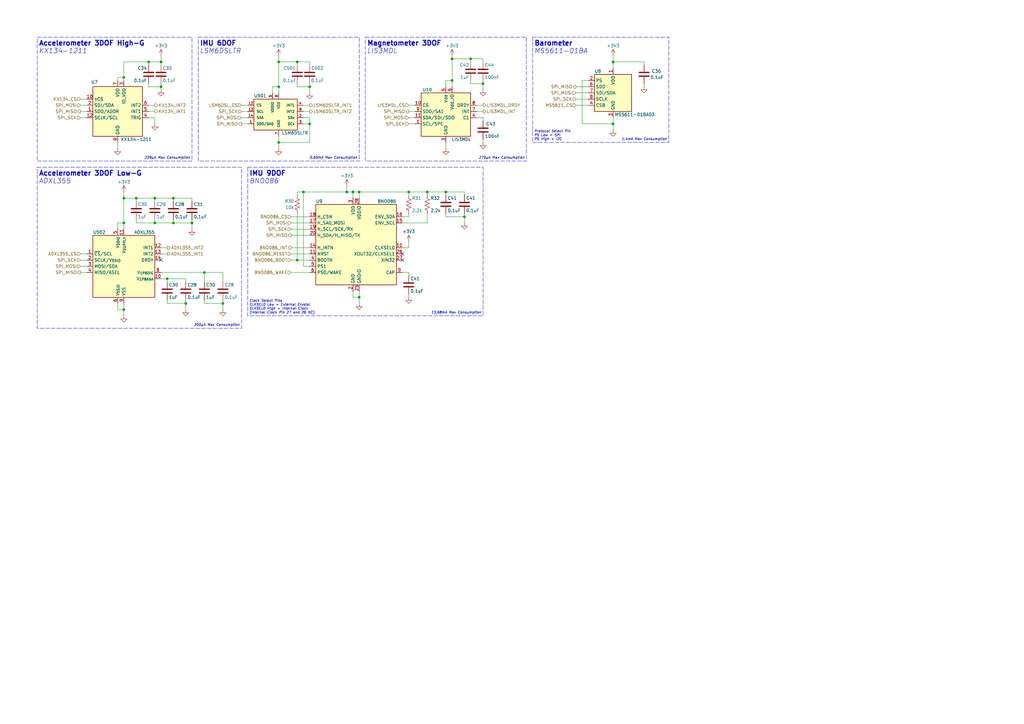
<source format=kicad_sch>
(kicad_sch (version 20230121) (generator eeschema)

  (uuid a3d4693f-0e63-4941-9445-becc1a2c32d1)

  (paper "A3")

  (title_block
    (title "MIDAS Sensors MK1.1")
    (date "2024-09-03")
    (rev "B")
    (company "Illinois Space Society")
    (comment 4 "Contributors: Peter Giannetos, Quinn Athas")
  )

  (lib_symbols
    (symbol "Device:C" (pin_numbers hide) (pin_names (offset 0.254)) (in_bom yes) (on_board yes)
      (property "Reference" "C" (at 0.635 2.54 0)
        (effects (font (size 1.27 1.27)) (justify left))
      )
      (property "Value" "C" (at 0.635 -2.54 0)
        (effects (font (size 1.27 1.27)) (justify left))
      )
      (property "Footprint" "" (at 0.9652 -3.81 0)
        (effects (font (size 1.27 1.27)) hide)
      )
      (property "Datasheet" "~" (at 0 0 0)
        (effects (font (size 1.27 1.27)) hide)
      )
      (property "ki_keywords" "cap capacitor" (at 0 0 0)
        (effects (font (size 1.27 1.27)) hide)
      )
      (property "ki_description" "Unpolarized capacitor" (at 0 0 0)
        (effects (font (size 1.27 1.27)) hide)
      )
      (property "ki_fp_filters" "C_*" (at 0 0 0)
        (effects (font (size 1.27 1.27)) hide)
      )
      (symbol "C_0_1"
        (polyline
          (pts
            (xy -2.032 -0.762)
            (xy 2.032 -0.762)
          )
          (stroke (width 0.508) (type default))
          (fill (type none))
        )
        (polyline
          (pts
            (xy -2.032 0.762)
            (xy 2.032 0.762)
          )
          (stroke (width 0.508) (type default))
          (fill (type none))
        )
      )
      (symbol "C_1_1"
        (pin passive line (at 0 3.81 270) (length 2.794)
          (name "~" (effects (font (size 1.27 1.27))))
          (number "1" (effects (font (size 1.27 1.27))))
        )
        (pin passive line (at 0 -3.81 90) (length 2.794)
          (name "~" (effects (font (size 1.27 1.27))))
          (number "2" (effects (font (size 1.27 1.27))))
        )
      )
    )
    (symbol "Device:R_US" (pin_numbers hide) (pin_names (offset 0)) (in_bom yes) (on_board yes)
      (property "Reference" "R" (at 2.54 0 90)
        (effects (font (size 1.27 1.27)))
      )
      (property "Value" "R_US" (at -2.54 0 90)
        (effects (font (size 1.27 1.27)))
      )
      (property "Footprint" "" (at 1.016 -0.254 90)
        (effects (font (size 1.27 1.27)) hide)
      )
      (property "Datasheet" "~" (at 0 0 0)
        (effects (font (size 1.27 1.27)) hide)
      )
      (property "ki_keywords" "R res resistor" (at 0 0 0)
        (effects (font (size 1.27 1.27)) hide)
      )
      (property "ki_description" "Resistor, US symbol" (at 0 0 0)
        (effects (font (size 1.27 1.27)) hide)
      )
      (property "ki_fp_filters" "R_*" (at 0 0 0)
        (effects (font (size 1.27 1.27)) hide)
      )
      (symbol "R_US_0_1"
        (polyline
          (pts
            (xy 0 -2.286)
            (xy 0 -2.54)
          )
          (stroke (width 0) (type default))
          (fill (type none))
        )
        (polyline
          (pts
            (xy 0 2.286)
            (xy 0 2.54)
          )
          (stroke (width 0) (type default))
          (fill (type none))
        )
        (polyline
          (pts
            (xy 0 -0.762)
            (xy 1.016 -1.143)
            (xy 0 -1.524)
            (xy -1.016 -1.905)
            (xy 0 -2.286)
          )
          (stroke (width 0) (type default))
          (fill (type none))
        )
        (polyline
          (pts
            (xy 0 0.762)
            (xy 1.016 0.381)
            (xy 0 0)
            (xy -1.016 -0.381)
            (xy 0 -0.762)
          )
          (stroke (width 0) (type default))
          (fill (type none))
        )
        (polyline
          (pts
            (xy 0 2.286)
            (xy 1.016 1.905)
            (xy 0 1.524)
            (xy -1.016 1.143)
            (xy 0 0.762)
          )
          (stroke (width 0) (type default))
          (fill (type none))
        )
      )
      (symbol "R_US_1_1"
        (pin passive line (at 0 3.81 270) (length 1.27)
          (name "~" (effects (font (size 1.27 1.27))))
          (number "1" (effects (font (size 1.27 1.27))))
        )
        (pin passive line (at 0 -3.81 90) (length 1.27)
          (name "~" (effects (font (size 1.27 1.27))))
          (number "2" (effects (font (size 1.27 1.27))))
        )
      )
    )
    (symbol "Sensor_Pressure:MS5611-01BA" (in_bom yes) (on_board yes)
      (property "Reference" "U" (at -6.35 8.89 0)
        (effects (font (size 1.27 1.27)))
      )
      (property "Value" "MS5611-01BA" (at 7.62 8.89 0)
        (effects (font (size 1.27 1.27)))
      )
      (property "Footprint" "Package_LGA:LGA-8_3x5mm_P1.25mm" (at 0 0 0)
        (effects (font (size 1.27 1.27)) hide)
      )
      (property "Datasheet" "https://www.te.com/commerce/DocumentDelivery/DDEController?Action=srchrtrv&DocNm=MS5611-01BA03&DocType=Data+Sheet&DocLang=English" (at 0 0 0)
        (effects (font (size 1.27 1.27)) hide)
      )
      (property "ki_keywords" "pressure SPI I2C" (at 0 0 0)
        (effects (font (size 1.27 1.27)) hide)
      )
      (property "ki_description" "Barometric pressure sensor, 10cm resolution, 10 to 1200 mbar, I2C and SPI interface up to 20MHz, LGA-8" (at 0 0 0)
        (effects (font (size 1.27 1.27)) hide)
      )
      (property "ki_fp_filters" "LGA*3x5mm*P1.25mm*" (at 0 0 0)
        (effects (font (size 1.27 1.27)) hide)
      )
      (symbol "MS5611-01BA_0_1"
        (rectangle (start -7.62 7.62) (end 7.62 -7.62)
          (stroke (width 0.254) (type default))
          (fill (type background))
        )
      )
      (symbol "MS5611-01BA_1_1"
        (pin power_in line (at 0 10.16 270) (length 2.54)
          (name "VDD" (effects (font (size 1.27 1.27))))
          (number "1" (effects (font (size 1.27 1.27))))
        )
        (pin input line (at -10.16 5.08 0) (length 2.54)
          (name "PS" (effects (font (size 1.27 1.27))))
          (number "2" (effects (font (size 1.27 1.27))))
        )
        (pin power_in line (at 0 -10.16 90) (length 2.54)
          (name "GND" (effects (font (size 1.27 1.27))))
          (number "3" (effects (font (size 1.27 1.27))))
        )
        (pin input line (at -10.16 -5.08 0) (length 2.54)
          (name "CSB" (effects (font (size 1.27 1.27))))
          (number "4" (effects (font (size 1.27 1.27))))
        )
        (pin input line (at -10.16 -5.08 0) (length 2.54) hide
          (name "CSB" (effects (font (size 1.27 1.27))))
          (number "5" (effects (font (size 1.27 1.27))))
        )
        (pin output line (at -10.16 2.54 0) (length 2.54)
          (name "SDO" (effects (font (size 1.27 1.27))))
          (number "6" (effects (font (size 1.27 1.27))))
        )
        (pin bidirectional line (at -10.16 0 0) (length 2.54)
          (name "SDI/SDA" (effects (font (size 1.27 1.27))))
          (number "7" (effects (font (size 1.27 1.27))))
        )
        (pin input line (at -10.16 -2.54 0) (length 2.54)
          (name "SCLK" (effects (font (size 1.27 1.27))))
          (number "8" (effects (font (size 1.27 1.27))))
        )
      )
    )
    (symbol "Sensors_Motion_Analog:ADXL355" (in_bom yes) (on_board yes)
      (property "Reference" "U" (at -12.7 13.97 0)
        (effects (font (size 1.27 1.27)) (justify left))
      )
      (property "Value" "ADXL355" (at 12.7 13.97 0)
        (effects (font (size 1.27 1.27)) (justify right))
      )
      (property "Footprint" "Sensor_Motion_Analog:Analog_LGA_14-7.4x7.4mm" (at 0 -20.32 0)
        (effects (font (size 1.27 1.27)) hide)
      )
      (property "Datasheet" "https://www.analog.com/media/en/technical-documentation/data-sheets/adxl354_adxl355.pdf" (at 0 -17.78 0)
        (effects (font (size 1.27 1.27)) hide)
      )
      (property "ki_keywords" "3-Axis MEMS Accelerometer 2/4/8 range I2C/SPI LGA-14 Analog" (at 0 0 0)
        (effects (font (size 1.27 1.27)) hide)
      )
      (property "ki_description" "3-Axis MEMS Accelerometer, 2/4/8 range, I2C/SPI, LGA-14 Analog" (at 0 0 0)
        (effects (font (size 1.27 1.27)) hide)
      )
      (symbol "ADXL355_0_0"
        (pin input line (at -15.24 5.08 0) (length 2.54)
          (name "~{CS}/SCL" (effects (font (size 1.27 1.27))))
          (number "1" (effects (font (size 1.27 1.27))))
        )
        (pin unspecified line (at 15.24 -5.08 180) (length 2.54)
          (name "V_{1P8ANA}" (effects (font (size 1.27 1.27))))
          (number "10" (effects (font (size 1.27 1.27))))
        )
        (pin power_in line (at 0 15.24 270) (length 2.54)
          (name "V_{SUPPLY}" (effects (font (size 1.27 1.27))))
          (number "11" (effects (font (size 1.27 1.27))))
        )
        (pin output line (at 15.24 7.62 180) (length 2.54)
          (name "INT1" (effects (font (size 1.27 1.27))))
          (number "12" (effects (font (size 1.27 1.27))))
        )
        (pin output line (at 15.24 5.08 180) (length 2.54)
          (name "INT2" (effects (font (size 1.27 1.27))))
          (number "13" (effects (font (size 1.27 1.27))))
        )
        (pin output line (at 15.24 2.54 180) (length 2.54)
          (name "DRDY" (effects (font (size 1.27 1.27))))
          (number "14" (effects (font (size 1.27 1.27))))
        )
        (pin input line (at -15.24 2.54 0) (length 2.54)
          (name "SCLK/V_{SSIO}" (effects (font (size 1.27 1.27))))
          (number "2" (effects (font (size 1.27 1.27))))
        )
        (pin bidirectional line (at -15.24 0 0) (length 2.54)
          (name "MOSI/SDA" (effects (font (size 1.27 1.27))))
          (number "3" (effects (font (size 1.27 1.27))))
        )
        (pin bidirectional line (at -15.24 -2.54 0) (length 2.54)
          (name "MISO/ASEL" (effects (font (size 1.27 1.27))))
          (number "4" (effects (font (size 1.27 1.27))))
        )
        (pin power_in line (at -2.54 15.24 270) (length 2.54)
          (name "V_{DDIO}" (effects (font (size 1.27 1.27))))
          (number "5" (effects (font (size 1.27 1.27))))
        )
        (pin power_in line (at -2.54 -15.24 90) (length 2.54)
          (name "V_{SSIO}" (effects (font (size 1.27 1.27))))
          (number "6" (effects (font (size 1.27 1.27))))
        )
        (pin unspecified line (at 15.24 -2.54 180) (length 2.54)
          (name "V_{1P8DIG}" (effects (font (size 1.27 1.27))))
          (number "8" (effects (font (size 1.27 1.27))))
        )
        (pin power_in line (at 0 -15.24 90) (length 2.54)
          (name "VSS" (effects (font (size 1.27 1.27))))
          (number "9" (effects (font (size 1.27 1.27))))
        )
      )
      (symbol "ADXL355_1_0"
        (pin no_connect line (at -15.24 -5.08 0) (length 2.54) hide
          (name "RESERVED" (effects (font (size 1.27 1.27))))
          (number "7" (effects (font (size 1.27 1.27))))
        )
      )
      (symbol "ADXL355_1_1"
        (rectangle (start -12.7 12.7) (end 12.7 -12.7)
          (stroke (width 0.254) (type default))
          (fill (type background))
        )
      )
    )
    (symbol "Sensors_Motion_CEVA:BNO086" (in_bom yes) (on_board yes)
      (property "Reference" "U" (at -15.24 16.51 0)
        (effects (font (size 1.27 1.27)) (justify left))
      )
      (property "Value" "BNO086" (at 17.78 16.51 0)
        (effects (font (size 1.27 1.27)) (justify right))
      )
      (property "Footprint" "Package_LGA:LGA-28_5.2x3.8mm_P0.5mm" (at 0 -25.4 0)
        (effects (font (size 1.27 1.27)) hide)
      )
      (property "Datasheet" "https://www.ceva-dsp.com/wp-content/uploads/2019/10/BNO080_085-Datasheet.pdf" (at 0 -22.86 0)
        (effects (font (size 1.27 1.27)) hide)
      )
      (property "ki_keywords" "IMU Accelerometer Gyroscope Magnetometer Sensor 9DOF 9-Axis" (at 0 0 0)
        (effects (font (size 1.27 1.27)) hide)
      )
      (property "ki_description" "9-Axis Absolute Orientation Sensor: Accelerometer, Gyroscope, Magnetometer" (at 0 0 0)
        (effects (font (size 1.27 1.27)) hide)
      )
      (symbol "BNO086_1_0"
        (pin no_connect line (at 20.32 -15.24 180) (length 2.54) hide
          (name "RESV_NC" (effects (font (size 1.27 1.27))))
          (number "1" (effects (font (size 1.27 1.27))))
        )
        (pin no_connect line (at 20.32 -15.24 180) (length 2.54) hide
          (name "RESV_NC" (effects (font (size 1.27 1.27))))
          (number "12" (effects (font (size 1.27 1.27))))
        )
        (pin no_connect line (at 20.32 -15.24 180) (length 2.54) hide
          (name "RESV_NC" (effects (font (size 1.27 1.27))))
          (number "13" (effects (font (size 1.27 1.27))))
        )
        (pin no_connect line (at 20.32 -15.24 180) (length 2.54) hide
          (name "RESV_NC" (effects (font (size 1.27 1.27))))
          (number "21" (effects (font (size 1.27 1.27))))
        )
        (pin no_connect line (at 20.32 -15.24 180) (length 2.54) hide
          (name "RESV_NC" (effects (font (size 1.27 1.27))))
          (number "22" (effects (font (size 1.27 1.27))))
        )
        (pin no_connect line (at 20.32 -15.24 180) (length 2.54) hide
          (name "RESV_NC" (effects (font (size 1.27 1.27))))
          (number "23" (effects (font (size 1.27 1.27))))
        )
        (pin no_connect line (at 20.32 -15.24 180) (length 2.54) hide
          (name "RESV_NC" (effects (font (size 1.27 1.27))))
          (number "24" (effects (font (size 1.27 1.27))))
        )
        (pin no_connect line (at 20.32 -15.24 180) (length 2.54) hide
          (name "RESV_NC" (effects (font (size 1.27 1.27))))
          (number "7" (effects (font (size 1.27 1.27))))
        )
        (pin no_connect line (at 20.32 -15.24 180) (length 2.54) hide
          (name "RESV_NC" (effects (font (size 1.27 1.27))))
          (number "8" (effects (font (size 1.27 1.27))))
        )
      )
      (symbol "BNO086_1_1"
        (rectangle (start -15.24 15.24) (end 17.78 -17.78)
          (stroke (width 0.254) (type default))
          (fill (type background))
        )
        (pin input line (at 20.32 -2.54 180) (length 2.54)
          (name "CLKSEL0" (effects (font (size 1.27 1.27))))
          (number "10" (effects (font (size 1.27 1.27))))
        )
        (pin input line (at -17.78 -5.08 0) (length 2.54)
          (name "NRST" (effects (font (size 1.27 1.27))))
          (number "11" (effects (font (size 1.27 1.27))))
        )
        (pin output line (at -17.78 -2.54 0) (length 2.54)
          (name "H_INTN" (effects (font (size 1.27 1.27))))
          (number "14" (effects (font (size 1.27 1.27))))
        )
        (pin bidirectional line (at 20.32 7.62 180) (length 2.54)
          (name "ENV_SCL" (effects (font (size 1.27 1.27))))
          (number "15" (effects (font (size 1.27 1.27))))
        )
        (pin bidirectional line (at 20.32 10.16 180) (length 2.54)
          (name "ENV_SDA" (effects (font (size 1.27 1.27))))
          (number "16" (effects (font (size 1.27 1.27))))
        )
        (pin input line (at -17.78 7.62 0) (length 2.54)
          (name "H_SA0_MOSI" (effects (font (size 1.27 1.27))))
          (number "17" (effects (font (size 1.27 1.27))))
        )
        (pin input line (at -17.78 10.16 0) (length 2.54)
          (name "H_CSN" (effects (font (size 1.27 1.27))))
          (number "18" (effects (font (size 1.27 1.27))))
        )
        (pin bidirectional line (at -17.78 5.08 0) (length 2.54)
          (name "H_SCL/SCK/RX" (effects (font (size 1.27 1.27))))
          (number "19" (effects (font (size 1.27 1.27))))
        )
        (pin power_in line (at 0 -20.32 90) (length 2.54)
          (name "GND" (effects (font (size 1.27 1.27))))
          (number "2" (effects (font (size 1.27 1.27))))
        )
        (pin bidirectional line (at -17.78 2.54 0) (length 2.54)
          (name "H_SDA/H_MISO/TX" (effects (font (size 1.27 1.27))))
          (number "20" (effects (font (size 1.27 1.27))))
        )
        (pin power_in line (at 2.54 -20.32 90) (length 2.54)
          (name "GNDIO" (effects (font (size 1.27 1.27))))
          (number "25" (effects (font (size 1.27 1.27))))
        )
        (pin output line (at 20.32 -5.08 180) (length 2.54)
          (name "XOUT32/CLKSEL1" (effects (font (size 1.27 1.27))))
          (number "26" (effects (font (size 1.27 1.27))))
        )
        (pin input line (at 20.32 -7.62 180) (length 2.54)
          (name "XIN32" (effects (font (size 1.27 1.27))))
          (number "27" (effects (font (size 1.27 1.27))))
        )
        (pin power_in line (at 2.54 17.78 270) (length 2.54)
          (name "VDDIO" (effects (font (size 1.27 1.27))))
          (number "28" (effects (font (size 1.27 1.27))))
        )
        (pin power_in line (at 0 17.78 270) (length 2.54)
          (name "VDD" (effects (font (size 1.27 1.27))))
          (number "3" (effects (font (size 1.27 1.27))))
        )
        (pin input line (at -17.78 -7.62 0) (length 2.54)
          (name "BOOTN" (effects (font (size 1.27 1.27))))
          (number "4" (effects (font (size 1.27 1.27))))
        )
        (pin input line (at -17.78 -10.16 0) (length 2.54)
          (name "PS1" (effects (font (size 1.27 1.27))))
          (number "5" (effects (font (size 1.27 1.27))))
        )
        (pin input line (at -17.78 -12.7 0) (length 2.54)
          (name "PS0/WAKE" (effects (font (size 1.27 1.27))))
          (number "6" (effects (font (size 1.27 1.27))))
        )
        (pin passive line (at 20.32 -12.7 180) (length 2.54)
          (name "CAP" (effects (font (size 1.27 1.27))))
          (number "9" (effects (font (size 1.27 1.27))))
        )
      )
    )
    (symbol "Sensors_Motion_Kionix:KX134-1211" (in_bom yes) (on_board yes)
      (property "Reference" "U" (at -10.16 12.065 0)
        (effects (font (size 1.27 1.27)))
      )
      (property "Value" "KX134-1211" (at 8.89 -12.065 0)
        (effects (font (size 1.27 1.27)))
      )
      (property "Footprint" "Package_LGA:LGA-12_2x2mm_P0.5mm" (at 0 -17.78 0)
        (effects (font (size 1.27 1.27)) hide)
      )
      (property "Datasheet" "https://kionixfs.azureedge.net/en/datasheet/kx134-1211-e.pdf" (at 0 -15.24 0)
        (effects (font (size 1.27 1.27)) hide)
      )
      (property "ki_keywords" "Accelerometer 3DOF 3-Axis Sensor" (at 0 0 0)
        (effects (font (size 1.27 1.27)) hide)
      )
      (property "ki_description" "3-Axis Accelerometer Sensor ±8g/±16g/±32g/±64g" (at 0 0 0)
        (effects (font (size 1.27 1.27)) hide)
      )
      (symbol "KX134-1211_0_0"
        (text "" (at -12.7 2.54 0)
          (effects (font (size 1.27 1.27)))
        )
      )
      (symbol "KX134-1211_1_1"
        (rectangle (start -10.16 10.16) (end 10.16 -10.16)
          (stroke (width 0.254) (type default))
          (fill (type background))
        )
        (pin bidirectional line (at -12.7 0 0) (length 2.54)
          (name "SDO/ADDR" (effects (font (size 1.27 1.27))))
          (number "1" (effects (font (size 1.27 1.27))))
        )
        (pin input line (at -12.7 5.08 0) (length 2.54)
          (name "nCS" (effects (font (size 1.27 1.27))))
          (number "10" (effects (font (size 1.27 1.27))))
        )
        (pin no_connect line (at 12.7 -7.62 180) (length 2.54) hide
          (name "NC" (effects (font (size 1.27 1.27))))
          (number "11" (effects (font (size 1.27 1.27))))
        )
        (pin input line (at -12.7 -2.54 0) (length 2.54)
          (name "SCLK/SCL" (effects (font (size 1.27 1.27))))
          (number "12" (effects (font (size 1.27 1.27))))
        )
        (pin bidirectional line (at -12.7 2.54 0) (length 2.54)
          (name "SDI/SDA" (effects (font (size 1.27 1.27))))
          (number "2" (effects (font (size 1.27 1.27))))
        )
        (pin power_in line (at 2.54 12.7 270) (length 2.54)
          (name "IO_VDD" (effects (font (size 1.27 1.27))))
          (number "3" (effects (font (size 1.27 1.27))))
        )
        (pin input line (at 12.7 -2.54 180) (length 2.54)
          (name "TRIG" (effects (font (size 1.27 1.27))))
          (number "4" (effects (font (size 1.27 1.27))))
        )
        (pin output line (at 12.7 0 180) (length 2.54)
          (name "INT1" (effects (font (size 1.27 1.27))))
          (number "5" (effects (font (size 1.27 1.27))))
        )
        (pin output line (at 12.7 2.54 180) (length 2.54)
          (name "INT2" (effects (font (size 1.27 1.27))))
          (number "6" (effects (font (size 1.27 1.27))))
        )
        (pin power_in line (at 0 12.7 270) (length 2.54)
          (name "VDD" (effects (font (size 1.27 1.27))))
          (number "7" (effects (font (size 1.27 1.27))))
        )
        (pin power_in line (at 0 -12.7 90) (length 2.54) hide
          (name "GND" (effects (font (size 1.27 1.27))))
          (number "8" (effects (font (size 1.27 1.27))))
        )
        (pin power_in line (at 0 -12.7 90) (length 2.54)
          (name "GND" (effects (font (size 1.27 1.27))))
          (number "9" (effects (font (size 1.27 1.27))))
        )
      )
    )
    (symbol "Sensors_Motion_STM:LIS3MDL" (in_bom yes) (on_board yes)
      (property "Reference" "U" (at 9.525 11.43 0)
        (effects (font (size 1.27 1.27)))
      )
      (property "Value" "LIS3MDL" (at -7.62 11.43 0)
        (effects (font (size 1.27 1.27)))
      )
      (property "Footprint" "Package_LGA:LGA-12_2x2mm_P0.5mm" (at 0 -15.24 0)
        (effects (font (size 1.27 1.27)) hide)
      )
      (property "Datasheet" "https://www.st.com/content/ccc/resource/technical/document/datasheet/54/2a/85/76/e3/97/42/18/DM00075867.pdf/files/DM00075867.pdf/jcr:content/translations/en.DM00075867.pdf" (at 0 -12.7 0)
        (effects (font (size 1.27 1.27)) hide)
      )
      (property "ki_keywords" "Magnetometer Sensor 3DOF 3-Axis Sensor" (at 0 0 0)
        (effects (font (size 1.27 1.27)) hide)
      )
      (property "ki_description" "3-Axis Magnetometer Sensor ±4/±8/±12/±16 gauss" (at 0 0 0)
        (effects (font (size 1.27 1.27)) hide)
      )
      (symbol "LIS3MDL_1_1"
        (rectangle (start -10.16 10.16) (end 10.16 -7.62)
          (stroke (width 0.254) (type default))
          (fill (type background))
        )
        (pin input line (at -12.7 -2.54 0) (length 2.54)
          (name "SCL/SPC" (effects (font (size 1.27 1.27))))
          (number "1" (effects (font (size 1.27 1.27))))
        )
        (pin input line (at -12.7 5.08 0) (length 2.54)
          (name "CS" (effects (font (size 1.27 1.27))))
          (number "10" (effects (font (size 1.27 1.27))))
        )
        (pin input line (at -12.7 0 0) (length 2.54)
          (name "SDA/SDI/SDO" (effects (font (size 1.27 1.27))))
          (number "11" (effects (font (size 1.27 1.27))))
        )
        (pin power_in line (at 0 -10.16 90) (length 2.54) hide
          (name "Reserved" (effects (font (size 1.27 1.27))))
          (number "12" (effects (font (size 1.27 1.27))))
        )
        (pin power_in line (at 0 -10.16 90) (length 2.54) hide
          (name "Reserved" (effects (font (size 1.27 1.27))))
          (number "2" (effects (font (size 1.27 1.27))))
        )
        (pin power_in line (at 0 -10.16 90) (length 2.54)
          (name "GND" (effects (font (size 1.27 1.27))))
          (number "3" (effects (font (size 1.27 1.27))))
        )
        (pin input line (at 12.7 0 180) (length 2.54)
          (name "C1" (effects (font (size 1.27 1.27))))
          (number "4" (effects (font (size 1.27 1.27))))
        )
        (pin power_in line (at 0 12.7 270) (length 2.54)
          (name "Vdd" (effects (font (size 1.27 1.27))))
          (number "5" (effects (font (size 1.27 1.27))))
        )
        (pin power_in line (at 2.54 12.7 270) (length 2.54)
          (name "Vdd_IO" (effects (font (size 1.27 1.27))))
          (number "6" (effects (font (size 1.27 1.27))))
        )
        (pin output line (at 12.7 2.54 180) (length 2.54)
          (name "INT" (effects (font (size 1.27 1.27))))
          (number "7" (effects (font (size 1.27 1.27))))
        )
        (pin output line (at 12.7 5.08 180) (length 2.54)
          (name "DRDY" (effects (font (size 1.27 1.27))))
          (number "8" (effects (font (size 1.27 1.27))))
        )
        (pin output line (at -12.7 2.54 0) (length 2.54)
          (name "SDO/SA1" (effects (font (size 1.27 1.27))))
          (number "9" (effects (font (size 1.27 1.27))))
        )
      )
    )
    (symbol "Sensors_Motion_STM:LSM6DSLTR" (pin_names (offset 1.016)) (in_bom yes) (on_board yes)
      (property "Reference" "U" (at -10.1787 8.1437 0)
        (effects (font (size 1.27 1.27)) (justify left bottom))
      )
      (property "Value" "LSM6DSLTR" (at 1.27 8.255 0)
        (effects (font (size 1.27 1.27)) (justify left bottom))
      )
      (property "Footprint" "Package_LGA:Bosch_LGA-14_3x2.5mm_P0.5mm" (at 0 -12.7 0)
        (effects (font (size 1.27 1.27)) (justify bottom) hide)
      )
      (property "Datasheet" "https://www.st.com/content/ccc/resource/technical/document/datasheet/ee/23/a0/dc/1d/68/45/52/DM00237456.pdf/files/DM00237456.pdf/jcr:content/translations/en.DM00237456.pdf" (at 0 -15.24 0)
        (effects (font (size 1.27 1.27)) hide)
      )
      (property "ki_keywords" "Accelerometer Gyroscope IMU Sensor 6-Axis 6DOF iNEMO" (at 0 0 0)
        (effects (font (size 1.27 1.27)) hide)
      )
      (property "ki_description" "6-Axis iNEMO Inertial Sensor: Accelerometer ±2/±4/±8/±16g, Gyroscope ±125/±250/±500/±1000/±2000 dps" (at 0 0 0)
        (effects (font (size 1.27 1.27)) hide)
      )
      (symbol "LSM6DSLTR_0_0"
        (pin bidirectional line (at -12.7 -2.54 0) (length 2.54)
          (name "SDO/SA0" (effects (font (size 1.016 1.016))))
          (number "1" (effects (font (size 1.016 1.016))))
        )
        (pin input line (at -12.7 5.08 0) (length 2.54)
          (name "CS" (effects (font (size 1.016 1.016))))
          (number "12" (effects (font (size 1.016 1.016))))
        )
        (pin bidirectional line (at 10.16 0 180) (length 2.54)
          (name "SDx" (effects (font (size 1.016 1.016))))
          (number "2" (effects (font (size 1.016 1.016))))
        )
        (pin bidirectional line (at 10.16 -2.54 180) (length 2.54)
          (name "SCx" (effects (font (size 1.016 1.016))))
          (number "3" (effects (font (size 1.016 1.016))))
        )
        (pin output line (at 10.16 5.08 180) (length 2.54)
          (name "INT1" (effects (font (size 1.016 1.016))))
          (number "4" (effects (font (size 1.016 1.016))))
        )
        (pin power_in line (at -2.54 10.16 270) (length 2.54)
          (name "VDDIO" (effects (font (size 1.016 1.016))))
          (number "5" (effects (font (size 1.016 1.016))))
        )
        (pin power_in line (at 0 10.16 270) (length 2.54)
          (name "VDD" (effects (font (size 1.016 1.016))))
          (number "8" (effects (font (size 1.016 1.016))))
        )
        (pin output line (at 10.16 2.54 180) (length 2.54)
          (name "INT2" (effects (font (size 1.016 1.016))))
          (number "9" (effects (font (size 1.016 1.016))))
        )
      )
      (symbol "LSM6DSLTR_1_0"
        (rectangle (start -10.16 7.62) (end 7.62 -5.08)
          (stroke (width 0.254) (type default))
          (fill (type background))
        )
        (pin no_connect line (at 2.54 -7.62 90) (length 2.54) hide
          (name "NC" (effects (font (size 1.27 1.27))))
          (number "10" (effects (font (size 1.27 1.27))))
        )
        (pin no_connect line (at 2.54 -7.62 90) (length 2.54) hide
          (name "NC" (effects (font (size 1.27 1.27))))
          (number "11" (effects (font (size 1.27 1.27))))
        )
        (pin input line (at -12.7 2.54 0) (length 2.54)
          (name "SCL" (effects (font (size 1.016 1.016))))
          (number "13" (effects (font (size 1.016 1.016))))
        )
        (pin bidirectional line (at -12.7 0 0) (length 2.54)
          (name "SDA" (effects (font (size 1.016 1.016))))
          (number "14" (effects (font (size 1.016 1.016))))
        )
        (pin power_in line (at 0 -7.62 90) (length 2.54) hide
          (name "GND" (effects (font (size 1.016 1.016))))
          (number "6" (effects (font (size 1.016 1.016))))
        )
        (pin power_in line (at 0 -7.62 90) (length 2.54)
          (name "GND" (effects (font (size 1.016 1.016))))
          (number "7" (effects (font (size 1.016 1.016))))
        )
      )
    )
    (symbol "power:+3V3" (power) (pin_names (offset 0)) (in_bom yes) (on_board yes)
      (property "Reference" "#PWR" (at 0 -3.81 0)
        (effects (font (size 1.27 1.27)) hide)
      )
      (property "Value" "+3V3" (at 0 3.556 0)
        (effects (font (size 1.27 1.27)))
      )
      (property "Footprint" "" (at 0 0 0)
        (effects (font (size 1.27 1.27)) hide)
      )
      (property "Datasheet" "" (at 0 0 0)
        (effects (font (size 1.27 1.27)) hide)
      )
      (property "ki_keywords" "global power" (at 0 0 0)
        (effects (font (size 1.27 1.27)) hide)
      )
      (property "ki_description" "Power symbol creates a global label with name \"+3V3\"" (at 0 0 0)
        (effects (font (size 1.27 1.27)) hide)
      )
      (symbol "+3V3_0_1"
        (polyline
          (pts
            (xy -0.762 1.27)
            (xy 0 2.54)
          )
          (stroke (width 0) (type default))
          (fill (type none))
        )
        (polyline
          (pts
            (xy 0 0)
            (xy 0 2.54)
          )
          (stroke (width 0) (type default))
          (fill (type none))
        )
        (polyline
          (pts
            (xy 0 2.54)
            (xy 0.762 1.27)
          )
          (stroke (width 0) (type default))
          (fill (type none))
        )
      )
      (symbol "+3V3_1_1"
        (pin power_in line (at 0 0 90) (length 0) hide
          (name "+3V3" (effects (font (size 1.27 1.27))))
          (number "1" (effects (font (size 1.27 1.27))))
        )
      )
    )
    (symbol "power:GND" (power) (pin_names (offset 0)) (in_bom yes) (on_board yes)
      (property "Reference" "#PWR" (at 0 -6.35 0)
        (effects (font (size 1.27 1.27)) hide)
      )
      (property "Value" "GND" (at 0 -3.81 0)
        (effects (font (size 1.27 1.27)))
      )
      (property "Footprint" "" (at 0 0 0)
        (effects (font (size 1.27 1.27)) hide)
      )
      (property "Datasheet" "" (at 0 0 0)
        (effects (font (size 1.27 1.27)) hide)
      )
      (property "ki_keywords" "global power" (at 0 0 0)
        (effects (font (size 1.27 1.27)) hide)
      )
      (property "ki_description" "Power symbol creates a global label with name \"GND\" , ground" (at 0 0 0)
        (effects (font (size 1.27 1.27)) hide)
      )
      (symbol "GND_0_1"
        (polyline
          (pts
            (xy 0 0)
            (xy 0 -1.27)
            (xy 1.27 -1.27)
            (xy 0 -2.54)
            (xy -1.27 -1.27)
            (xy 0 -1.27)
          )
          (stroke (width 0) (type default))
          (fill (type none))
        )
      )
      (symbol "GND_1_1"
        (pin power_in line (at 0 0 270) (length 0) hide
          (name "GND" (effects (font (size 1.27 1.27))))
          (number "1" (effects (font (size 1.27 1.27))))
        )
      )
    )
  )

  (junction (at 147.32 78.74) (diameter 0) (color 0 0 0 0)
    (uuid 19b99598-b854-48dc-bdd1-ac91479506ba)
  )
  (junction (at 63.5 81.28) (diameter 0) (color 0 0 0 0)
    (uuid 1e9c2ae4-845a-4a0b-abd7-9c261ab6c6a2)
  )
  (junction (at 114.3 25.4) (diameter 0) (color 0 0 0 0)
    (uuid 21142536-0555-4d8b-af25-aaecdf174833)
  )
  (junction (at 76.2 124.46) (diameter 0) (color 0 0 0 0)
    (uuid 221385ae-101b-4902-9160-99be746eead0)
  )
  (junction (at 175.26 78.74) (diameter 0) (color 0 0 0 0)
    (uuid 2c6e68a6-a389-4198-845b-9b323c07a327)
  )
  (junction (at 167.64 78.74) (diameter 0) (color 0 0 0 0)
    (uuid 301977ed-66d8-4d34-9caa-04604a1b6d41)
  )
  (junction (at 114.3 35.56) (diameter 0) (color 0 0 0 0)
    (uuid 382a1798-9dc7-42b9-928e-d6f5a4b8e78e)
  )
  (junction (at 78.74 91.44) (diameter 0) (color 0 0 0 0)
    (uuid 3a88d416-14a4-4dfa-b33d-9c3ee759c130)
  )
  (junction (at 91.44 124.46) (diameter 0) (color 0 0 0 0)
    (uuid 3e241bdf-5a43-4836-b098-16f00ed8695e)
  )
  (junction (at 147.32 121.92) (diameter 0) (color 0 0 0 0)
    (uuid 4522789d-1b82-4350-b174-a7c4b8da87b6)
  )
  (junction (at 71.12 81.28) (diameter 0) (color 0 0 0 0)
    (uuid 46837f1a-8306-4d3a-b7b4-e0f7b9a81bc8)
  )
  (junction (at 127 50.8) (diameter 0) (color 0 0 0 0)
    (uuid 48083c13-e62d-47dc-b128-f2a6d6a00c96)
  )
  (junction (at 60.96 25.4) (diameter 0) (color 0 0 0 0)
    (uuid 4d130475-23dd-4ed0-a7bf-262c26fe6165)
  )
  (junction (at 185.42 33.02) (diameter 0) (color 0 0 0 0)
    (uuid 4d85a146-3018-43ef-a599-7039dd62aedc)
  )
  (junction (at 50.8 91.44) (diameter 0) (color 0 0 0 0)
    (uuid 5c5fa4e9-2765-4b34-9d6e-40872c9e7bea)
  )
  (junction (at 193.04 24.13) (diameter 0) (color 0 0 0 0)
    (uuid 5fc06fd6-9e7a-4640-90ee-f02132a14e41)
  )
  (junction (at 55.88 81.28) (diameter 0) (color 0 0 0 0)
    (uuid 639894a5-609c-42f1-acf8-11aa8a9d1d3a)
  )
  (junction (at 182.88 78.74) (diameter 0) (color 0 0 0 0)
    (uuid 65b8237f-b277-469b-bffc-6c3f32d38298)
  )
  (junction (at 68.58 114.3) (diameter 0) (color 0 0 0 0)
    (uuid 6ee0c2c7-0356-42ac-a9dd-bc210da26110)
  )
  (junction (at 185.42 24.13) (diameter 0) (color 0 0 0 0)
    (uuid 7771c875-b9d5-4253-bcc5-7b188526b50f)
  )
  (junction (at 251.46 25.4) (diameter 0) (color 0 0 0 0)
    (uuid 7babf511-2c39-4c52-92ff-d735848303ff)
  )
  (junction (at 190.5 88.9) (diameter 0) (color 0 0 0 0)
    (uuid 7e871b74-e2bb-4cd3-b897-3cf9f0a131e4)
  )
  (junction (at 124.46 78.74) (diameter 0) (color 0 0 0 0)
    (uuid 84900e22-5c74-4611-93c3-d1a5ca3cb377)
  )
  (junction (at 50.8 31.75) (diameter 0) (color 0 0 0 0)
    (uuid 85d8d1f2-80de-4c88-a239-34ea7e4f498c)
  )
  (junction (at 144.78 78.74) (diameter 0) (color 0 0 0 0)
    (uuid 90290335-5f15-4997-b7ba-c79b3eba3b28)
  )
  (junction (at 71.12 91.44) (diameter 0) (color 0 0 0 0)
    (uuid 91e8bf45-92c8-4d29-967f-ef6b80a3fc63)
  )
  (junction (at 50.8 81.28) (diameter 0) (color 0 0 0 0)
    (uuid 9614e4ac-c2f7-46cf-a87b-1811d06fc55b)
  )
  (junction (at 121.92 25.4) (diameter 0) (color 0 0 0 0)
    (uuid 9814957b-6f93-4b36-ad77-409554958bad)
  )
  (junction (at 121.92 106.68) (diameter 0) (color 0 0 0 0)
    (uuid a55766d9-fe95-4810-9e58-687aa9066dac)
  )
  (junction (at 50.8 127) (diameter 0) (color 0 0 0 0)
    (uuid b8cb6555-f91e-424c-971c-6f1e8aed807c)
  )
  (junction (at 127 35.56) (diameter 0) (color 0 0 0 0)
    (uuid cd47eb38-8f12-40a6-b562-7efbf5b7e6bc)
  )
  (junction (at 66.04 25.4) (diameter 0) (color 0 0 0 0)
    (uuid cf62b40e-89d4-4957-824a-f0c2c727c320)
  )
  (junction (at 66.04 35.56) (diameter 0) (color 0 0 0 0)
    (uuid dc3a5f25-741d-438d-a74e-6d84acd6c950)
  )
  (junction (at 63.5 91.44) (diameter 0) (color 0 0 0 0)
    (uuid e37da4fe-736f-4b06-bcf4-67cee4a1e7d7)
  )
  (junction (at 142.24 78.74) (diameter 0) (color 0 0 0 0)
    (uuid e875fdf8-a468-445b-ab0b-ac7f4d5e22f4)
  )
  (junction (at 114.3 58.42) (diameter 0) (color 0 0 0 0)
    (uuid e946eb50-422f-4d3b-b609-a615f9d7cb74)
  )
  (junction (at 198.12 34.29) (diameter 0) (color 0 0 0 0)
    (uuid efca0360-fd89-42c0-8d92-2b57bd6171b1)
  )
  (junction (at 83.82 111.76) (diameter 0) (color 0 0 0 0)
    (uuid f5b8a183-bcdb-419a-8c87-2bb82435f7d5)
  )
  (junction (at 251.46 50.8) (diameter 0) (color 0 0 0 0)
    (uuid fac8e2c7-df74-4ed9-a76e-e54a35875509)
  )

  (no_connect (at 165.1 106.68) (uuid 3790505c-0f5f-4fa4-9ce0-f05e80ea0430))
  (no_connect (at 165.1 104.14) (uuid 49f04daa-d625-47a6-9ad6-7b5ea08deb24))
  (no_connect (at 66.04 106.68) (uuid 4fa4d19f-69f0-4228-a3b4-25e909002544))

  (wire (pts (xy 114.3 38.1) (xy 114.3 35.56))
    (stroke (width 0) (type default))
    (uuid 01a25398-0a52-4191-a37d-343ae437df82)
  )
  (wire (pts (xy 33.02 48.26) (xy 35.56 48.26))
    (stroke (width 0) (type default))
    (uuid 03a9dbca-5f98-4742-83ee-c4a7202b8280)
  )
  (wire (pts (xy 50.8 25.4) (xy 60.96 25.4))
    (stroke (width 0) (type default))
    (uuid 0583360a-40ec-427b-b72b-028ca77f47bb)
  )
  (wire (pts (xy 91.44 127) (xy 91.44 124.46))
    (stroke (width 0) (type default))
    (uuid 0628e175-7cc4-4297-8d93-26567faf3788)
  )
  (wire (pts (xy 60.96 25.4) (xy 66.04 25.4))
    (stroke (width 0) (type default))
    (uuid 065b1b29-921c-4aa1-8b0f-4104c06af93f)
  )
  (wire (pts (xy 119.38 91.44) (xy 127 91.44))
    (stroke (width 0) (type default))
    (uuid 089eb1ac-0ebc-4869-9ac2-1cf552bad929)
  )
  (wire (pts (xy 121.92 106.68) (xy 127 106.68))
    (stroke (width 0) (type default))
    (uuid 0a19dde6-48f2-4c5e-9b1a-2e880fa4a421)
  )
  (wire (pts (xy 198.12 33.02) (xy 198.12 34.29))
    (stroke (width 0) (type default))
    (uuid 0ba17bbe-9e8e-41ab-912c-32156bfb0840)
  )
  (wire (pts (xy 251.46 25.4) (xy 251.46 27.94))
    (stroke (width 0) (type default))
    (uuid 0bae588f-9f3c-4567-bd7e-bfa39c1b0a44)
  )
  (wire (pts (xy 236.22 38.1) (xy 241.3 38.1))
    (stroke (width 0) (type default))
    (uuid 0bfc45d3-ea07-4921-83b4-554fb77fb174)
  )
  (wire (pts (xy 251.46 25.4) (xy 264.16 25.4))
    (stroke (width 0) (type default))
    (uuid 0c27a287-3468-4143-b29f-e02e5a925447)
  )
  (wire (pts (xy 251.46 50.8) (xy 251.46 48.26))
    (stroke (width 0) (type default))
    (uuid 0dca11f7-248c-407a-b274-6b10e52c097c)
  )
  (wire (pts (xy 127 38.1) (xy 127 35.56))
    (stroke (width 0) (type default))
    (uuid 0fcc08af-78b6-4b1e-97cb-95909c8f4957)
  )
  (wire (pts (xy 198.12 57.15) (xy 198.12 58.42))
    (stroke (width 0) (type default))
    (uuid 10793145-a204-478b-abea-96cc8865311c)
  )
  (wire (pts (xy 193.04 34.29) (xy 198.12 34.29))
    (stroke (width 0) (type default))
    (uuid 1297ad3a-d98d-4e4b-a23d-822b7eb8c623)
  )
  (wire (pts (xy 60.96 35.56) (xy 60.96 34.29))
    (stroke (width 0) (type default))
    (uuid 12c1b87a-2fa3-4dba-b454-009ca654f8cc)
  )
  (wire (pts (xy 33.02 40.64) (xy 35.56 40.64))
    (stroke (width 0) (type default))
    (uuid 132ab0f1-1596-4132-b105-f8dca881ef17)
  )
  (wire (pts (xy 121.92 25.4) (xy 121.92 26.67))
    (stroke (width 0) (type default))
    (uuid 15420b01-977b-4322-b540-afac87b0234a)
  )
  (wire (pts (xy 78.74 90.17) (xy 78.74 91.44))
    (stroke (width 0) (type default))
    (uuid 17314466-7e90-49f2-b605-7c0dad7fd937)
  )
  (wire (pts (xy 48.26 124.46) (xy 48.26 127))
    (stroke (width 0) (type default))
    (uuid 174b04bb-704b-472c-ab24-33c7fbbdd653)
  )
  (wire (pts (xy 71.12 91.44) (xy 78.74 91.44))
    (stroke (width 0) (type default))
    (uuid 17df9d88-5bef-46bb-8117-2d65cf2a9961)
  )
  (wire (pts (xy 238.76 50.8) (xy 251.46 50.8))
    (stroke (width 0) (type default))
    (uuid 1d373a2a-49b5-482f-83e0-bc4dcea0354a)
  )
  (wire (pts (xy 124.46 78.74) (xy 142.24 78.74))
    (stroke (width 0) (type default))
    (uuid 1d91c5d2-3e7e-4a9c-aa12-8808391a41e1)
  )
  (wire (pts (xy 251.46 53.34) (xy 251.46 50.8))
    (stroke (width 0) (type default))
    (uuid 1e59f876-9bfa-4383-88dd-658ab22b2874)
  )
  (wire (pts (xy 236.22 35.56) (xy 241.3 35.56))
    (stroke (width 0) (type default))
    (uuid 1ed69590-4c30-486a-9e18-2d462f9b9000)
  )
  (wire (pts (xy 147.32 78.74) (xy 147.32 81.28))
    (stroke (width 0) (type default))
    (uuid 1f026cc5-504c-42bc-9ad3-935780b62855)
  )
  (wire (pts (xy 71.12 90.17) (xy 71.12 91.44))
    (stroke (width 0) (type default))
    (uuid 1f0345dd-3efb-49aa-bc57-bd5bbc4db4e6)
  )
  (wire (pts (xy 147.32 119.38) (xy 147.32 121.92))
    (stroke (width 0) (type default))
    (uuid 205026b9-a99c-41d7-b486-7d9ece248bf2)
  )
  (wire (pts (xy 127 109.22) (xy 124.46 109.22))
    (stroke (width 0) (type default))
    (uuid 208e052a-1ea7-484a-a5d7-9278027e0ebd)
  )
  (wire (pts (xy 66.04 104.14) (xy 68.58 104.14))
    (stroke (width 0) (type default))
    (uuid 22052786-85dd-4d30-8611-eec7c2fbcd3a)
  )
  (wire (pts (xy 63.5 48.26) (xy 60.96 48.26))
    (stroke (width 0) (type default))
    (uuid 242fc9c1-081a-4e63-87f6-b8c30640a5af)
  )
  (wire (pts (xy 114.3 58.42) (xy 114.3 60.96))
    (stroke (width 0) (type default))
    (uuid 271d90db-fa5d-431c-b20c-b6157d62b4da)
  )
  (wire (pts (xy 63.5 91.44) (xy 71.12 91.44))
    (stroke (width 0) (type default))
    (uuid 2a13d7d9-450d-4d58-ab6b-25bbfeae54b8)
  )
  (wire (pts (xy 33.02 45.72) (xy 35.56 45.72))
    (stroke (width 0) (type default))
    (uuid 2dafdc5f-1c85-4f1c-b84e-56b1d056f847)
  )
  (wire (pts (xy 91.44 123.19) (xy 91.44 124.46))
    (stroke (width 0) (type default))
    (uuid 2db8b24c-1276-4c3b-96eb-36c1913de134)
  )
  (wire (pts (xy 198.12 36.83) (xy 198.12 34.29))
    (stroke (width 0) (type default))
    (uuid 2e3c041c-8e24-4f7b-a04d-bf576d79ddee)
  )
  (wire (pts (xy 114.3 58.42) (xy 114.3 55.88))
    (stroke (width 0) (type default))
    (uuid 316c8ac9-28a9-4095-82e9-69d5c9647e6a)
  )
  (wire (pts (xy 198.12 48.26) (xy 198.12 49.53))
    (stroke (width 0) (type default))
    (uuid 3199c9d3-265b-488a-8baf-03d68748ad1a)
  )
  (wire (pts (xy 182.88 78.74) (xy 182.88 80.01))
    (stroke (width 0) (type default))
    (uuid 34d3465e-f66a-47bb-a5c7-e28f1bff9408)
  )
  (wire (pts (xy 165.1 91.44) (xy 175.26 91.44))
    (stroke (width 0) (type default))
    (uuid 352f6a24-29ee-412a-a5aa-589fb2bed6ec)
  )
  (wire (pts (xy 190.5 78.74) (xy 190.5 80.01))
    (stroke (width 0) (type default))
    (uuid 36128f84-fa4e-4223-aace-86c24b0b78f5)
  )
  (wire (pts (xy 185.42 33.02) (xy 185.42 24.13))
    (stroke (width 0) (type default))
    (uuid 3eec9194-dc84-4108-a26c-8c4e480085d4)
  )
  (wire (pts (xy 78.74 91.44) (xy 78.74 93.98))
    (stroke (width 0) (type default))
    (uuid 3fe64a6e-b98a-4e8a-a5ff-da8e17378f1e)
  )
  (wire (pts (xy 66.04 25.4) (xy 66.04 26.67))
    (stroke (width 0) (type default))
    (uuid 415a7249-b971-4d2a-b28b-1146b11680c7)
  )
  (wire (pts (xy 63.5 90.17) (xy 63.5 91.44))
    (stroke (width 0) (type default))
    (uuid 423bac0c-6c8f-4524-bceb-7a2f295fa41b)
  )
  (wire (pts (xy 50.8 25.4) (xy 50.8 31.75))
    (stroke (width 0) (type default))
    (uuid 42507684-73ec-4e54-a429-0818978d0857)
  )
  (wire (pts (xy 121.92 78.74) (xy 124.46 78.74))
    (stroke (width 0) (type default))
    (uuid 428a9688-fa57-4e51-8787-c14be5fa81df)
  )
  (wire (pts (xy 76.2 114.3) (xy 76.2 115.57))
    (stroke (width 0) (type default))
    (uuid 42f960ff-5bfd-41f2-97fd-4598bce7ce2a)
  )
  (wire (pts (xy 193.04 24.13) (xy 193.04 25.4))
    (stroke (width 0) (type default))
    (uuid 46e082d1-7f9b-41a4-8cde-4258a26b45bb)
  )
  (wire (pts (xy 114.3 25.4) (xy 114.3 35.56))
    (stroke (width 0) (type default))
    (uuid 49a9c83c-a736-4008-9218-e4c6dc9a65bf)
  )
  (wire (pts (xy 55.88 81.28) (xy 63.5 81.28))
    (stroke (width 0) (type default))
    (uuid 4a720ab7-7fc4-44a5-a5f4-a3bde176c7dd)
  )
  (wire (pts (xy 99.06 45.72) (xy 101.6 45.72))
    (stroke (width 0) (type default))
    (uuid 4a95085b-13d0-41ce-8e61-82d03dc4b12b)
  )
  (wire (pts (xy 195.58 48.26) (xy 198.12 48.26))
    (stroke (width 0) (type default))
    (uuid 4c7cd1eb-8b16-4712-9e62-a13cf68703ea)
  )
  (wire (pts (xy 167.64 78.74) (xy 175.26 78.74))
    (stroke (width 0) (type default))
    (uuid 4c91f3e4-6a3e-4d56-a39f-e1837b185aa5)
  )
  (wire (pts (xy 167.64 87.63) (xy 167.64 88.9))
    (stroke (width 0) (type default))
    (uuid 4d1f4060-552d-45e8-af30-6d44229f2017)
  )
  (wire (pts (xy 167.64 48.26) (xy 170.18 48.26))
    (stroke (width 0) (type default))
    (uuid 4f01cec1-ecbc-435e-bcde-6018ef31c386)
  )
  (wire (pts (xy 76.2 123.19) (xy 76.2 124.46))
    (stroke (width 0) (type default))
    (uuid 52fc354e-5ea5-4fd0-b665-f958b868d977)
  )
  (wire (pts (xy 144.78 81.28) (xy 144.78 78.74))
    (stroke (width 0) (type default))
    (uuid 54144db1-986a-4ebf-b682-061bd103c272)
  )
  (wire (pts (xy 185.42 35.56) (xy 185.42 33.02))
    (stroke (width 0) (type default))
    (uuid 589de85d-fe68-4ba2-ae2b-ab3335101b99)
  )
  (wire (pts (xy 50.8 91.44) (xy 50.8 93.98))
    (stroke (width 0) (type default))
    (uuid 59366d5b-903e-43c6-a87a-c44fa6bd086b)
  )
  (wire (pts (xy 147.32 78.74) (xy 167.64 78.74))
    (stroke (width 0) (type default))
    (uuid 597a78d9-4cb8-4f83-88af-bc5bd462f891)
  )
  (wire (pts (xy 241.3 33.02) (xy 238.76 33.02))
    (stroke (width 0) (type default))
    (uuid 5a028cdc-5353-4e85-8588-a339cd9cde55)
  )
  (wire (pts (xy 264.16 34.29) (xy 264.16 35.56))
    (stroke (width 0) (type default))
    (uuid 5a1e4a7d-a653-4a3b-92e7-38a26239257a)
  )
  (wire (pts (xy 147.32 121.92) (xy 147.32 124.46))
    (stroke (width 0) (type default))
    (uuid 5a54a532-562e-42e5-8ee0-9db9b04e32be)
  )
  (wire (pts (xy 175.26 78.74) (xy 182.88 78.74))
    (stroke (width 0) (type default))
    (uuid 5c4aa24d-893d-4003-aafe-1ed4ee24ac53)
  )
  (wire (pts (xy 48.26 93.98) (xy 48.26 91.44))
    (stroke (width 0) (type default))
    (uuid 5c7d1627-0280-46a6-8863-dfd9f6d051d5)
  )
  (wire (pts (xy 68.58 123.19) (xy 68.58 124.46))
    (stroke (width 0) (type default))
    (uuid 5e2b318a-28ee-4415-a209-85ea770b49fd)
  )
  (wire (pts (xy 167.64 120.65) (xy 167.64 121.92))
    (stroke (width 0) (type default))
    (uuid 5e476812-fe15-4df5-98e9-c98098508b59)
  )
  (wire (pts (xy 48.26 91.44) (xy 50.8 91.44))
    (stroke (width 0) (type default))
    (uuid 5e74f452-e2f2-4352-a7f7-43c791326c53)
  )
  (wire (pts (xy 182.88 78.74) (xy 190.5 78.74))
    (stroke (width 0) (type default))
    (uuid 5e9f7ffb-cc2e-436d-8341-959030480060)
  )
  (wire (pts (xy 48.26 58.42) (xy 48.26 60.96))
    (stroke (width 0) (type default))
    (uuid 60d08be7-49dd-4b11-9a35-0bf07bb0ca21)
  )
  (wire (pts (xy 50.8 124.46) (xy 50.8 127))
    (stroke (width 0) (type default))
    (uuid 643bcbdd-126c-4dce-8652-f8381fcb18c8)
  )
  (wire (pts (xy 33.02 106.68) (xy 35.56 106.68))
    (stroke (width 0) (type default))
    (uuid 6475cf3f-3932-485e-a551-ee7bf46d2ef1)
  )
  (wire (pts (xy 60.96 35.56) (xy 66.04 35.56))
    (stroke (width 0) (type default))
    (uuid 650ce1fd-6b32-4963-a21b-95c273acacfd)
  )
  (wire (pts (xy 124.46 50.8) (xy 127 50.8))
    (stroke (width 0) (type default))
    (uuid 66741138-319b-498d-9309-2b7543c44d53)
  )
  (wire (pts (xy 71.12 81.28) (xy 71.12 82.55))
    (stroke (width 0) (type default))
    (uuid 669d8bda-aefb-4311-8bf5-475cb89d1175)
  )
  (wire (pts (xy 185.42 24.13) (xy 193.04 24.13))
    (stroke (width 0) (type default))
    (uuid 66c69420-efbc-4e6d-a8df-cad5d0d5f20c)
  )
  (wire (pts (xy 124.46 45.72) (xy 127 45.72))
    (stroke (width 0) (type default))
    (uuid 69dbabb3-af08-40ca-a8b9-0b07d842f768)
  )
  (wire (pts (xy 76.2 127) (xy 76.2 124.46))
    (stroke (width 0) (type default))
    (uuid 6abd1c78-f9ee-42ea-82a8-ba0b61f4e9a4)
  )
  (wire (pts (xy 66.04 114.3) (xy 68.58 114.3))
    (stroke (width 0) (type default))
    (uuid 6c791310-271d-44ee-b709-3a8321d2bc52)
  )
  (wire (pts (xy 142.24 76.2) (xy 142.24 78.74))
    (stroke (width 0) (type default))
    (uuid 6dd71afa-0bfb-43c5-83dd-c5eb7db8f9ee)
  )
  (wire (pts (xy 127 35.56) (xy 127 34.29))
    (stroke (width 0) (type default))
    (uuid 6e13d687-fd9c-493c-97d0-ab8e43b34436)
  )
  (wire (pts (xy 236.22 40.64) (xy 241.3 40.64))
    (stroke (width 0) (type default))
    (uuid 6f385548-361c-4bee-a4a6-6d2bccab28c1)
  )
  (wire (pts (xy 124.46 48.26) (xy 127 48.26))
    (stroke (width 0) (type default))
    (uuid 726d3c1a-1ec3-44f3-b38f-aaad8cf062f8)
  )
  (wire (pts (xy 114.3 22.86) (xy 114.3 25.4))
    (stroke (width 0) (type default))
    (uuid 72db7a62-b3c8-40c3-82ae-032daae64c04)
  )
  (wire (pts (xy 167.64 45.72) (xy 170.18 45.72))
    (stroke (width 0) (type default))
    (uuid 73ca0d07-4172-4215-b12f-e3ae29460651)
  )
  (wire (pts (xy 119.38 96.52) (xy 127 96.52))
    (stroke (width 0) (type default))
    (uuid 742e137c-f2cb-4d10-97d1-01dd6406c655)
  )
  (wire (pts (xy 91.44 111.76) (xy 91.44 115.57))
    (stroke (width 0) (type default))
    (uuid 7615ae05-c113-4208-89ee-91cafbb33e3b)
  )
  (wire (pts (xy 127 48.26) (xy 127 50.8))
    (stroke (width 0) (type default))
    (uuid 766694ce-8c81-4ac7-a585-06004eb005dc)
  )
  (wire (pts (xy 66.04 111.76) (xy 83.82 111.76))
    (stroke (width 0) (type default))
    (uuid 76b69f5d-194c-4151-bca9-3fb801f90091)
  )
  (wire (pts (xy 142.24 78.74) (xy 144.78 78.74))
    (stroke (width 0) (type default))
    (uuid 7958727e-9531-48d3-a02f-f2ff2019abcc)
  )
  (wire (pts (xy 71.12 81.28) (xy 78.74 81.28))
    (stroke (width 0) (type default))
    (uuid 7a739f64-8320-4da6-96e4-c998a93cde98)
  )
  (wire (pts (xy 144.78 121.92) (xy 147.32 121.92))
    (stroke (width 0) (type default))
    (uuid 7e5d8025-a17d-4330-a649-3972b0373fa9)
  )
  (wire (pts (xy 190.5 91.44) (xy 190.5 88.9))
    (stroke (width 0) (type default))
    (uuid 7e843703-ab16-4de0-a3b3-4982d55f4292)
  )
  (wire (pts (xy 119.38 93.98) (xy 127 93.98))
    (stroke (width 0) (type default))
    (uuid 82860773-ffc7-4ce2-b194-effaa8f7a9b2)
  )
  (wire (pts (xy 63.5 81.28) (xy 71.12 81.28))
    (stroke (width 0) (type default))
    (uuid 830b860c-7147-4169-acd7-daec28424a86)
  )
  (wire (pts (xy 50.8 78.74) (xy 50.8 81.28))
    (stroke (width 0) (type default))
    (uuid 864cae5b-c7f5-4c2b-8266-0dd2a414f063)
  )
  (wire (pts (xy 238.76 33.02) (xy 238.76 50.8))
    (stroke (width 0) (type default))
    (uuid 86fdbb3d-f32e-45c1-a85a-6c58c6b791f6)
  )
  (wire (pts (xy 236.22 43.18) (xy 241.3 43.18))
    (stroke (width 0) (type default))
    (uuid 885b646b-4b18-4483-8a35-00c62bfd6f44)
  )
  (wire (pts (xy 55.88 90.17) (xy 55.88 91.44))
    (stroke (width 0) (type default))
    (uuid 88a75e07-2d17-4753-a2ef-c93638255132)
  )
  (wire (pts (xy 119.38 111.76) (xy 127 111.76))
    (stroke (width 0) (type default))
    (uuid 8aa2d4ee-dccf-47c9-82c7-40e75f393dda)
  )
  (wire (pts (xy 251.46 22.86) (xy 251.46 25.4))
    (stroke (width 0) (type default))
    (uuid 8fb7e1b5-beb9-452d-be0f-96ea21f599e1)
  )
  (wire (pts (xy 99.06 48.26) (xy 101.6 48.26))
    (stroke (width 0) (type default))
    (uuid 91011c0d-85e9-4d38-ac01-65ec2dd5e919)
  )
  (wire (pts (xy 33.02 111.76) (xy 35.56 111.76))
    (stroke (width 0) (type default))
    (uuid 916ef0b0-4e69-4a5c-ac6b-1a8bbaee3576)
  )
  (wire (pts (xy 60.96 43.18) (xy 63.5 43.18))
    (stroke (width 0) (type default))
    (uuid 91ffa488-871c-473a-b9e1-610620e07b08)
  )
  (wire (pts (xy 198.12 24.13) (xy 198.12 25.4))
    (stroke (width 0) (type default))
    (uuid 92210767-6826-4701-858c-a4f839e7adf4)
  )
  (wire (pts (xy 66.04 35.56) (xy 66.04 36.83))
    (stroke (width 0) (type default))
    (uuid 935997d8-0d4a-40fa-b784-5cafba12a2f4)
  )
  (wire (pts (xy 190.5 87.63) (xy 190.5 88.9))
    (stroke (width 0) (type default))
    (uuid 94da947f-e4b2-47fa-989a-45f7efb27535)
  )
  (wire (pts (xy 83.82 124.46) (xy 91.44 124.46))
    (stroke (width 0) (type default))
    (uuid 9508ae6d-dcca-4e17-b8d8-0d80c478292c)
  )
  (wire (pts (xy 68.58 114.3) (xy 76.2 114.3))
    (stroke (width 0) (type default))
    (uuid 96d4f465-723c-4d00-a371-2cd0172e29d2)
  )
  (wire (pts (xy 124.46 78.74) (xy 124.46 109.22))
    (stroke (width 0) (type default))
    (uuid 96ddbb99-1f18-408c-ad43-dc72f16ba7eb)
  )
  (wire (pts (xy 48.26 127) (xy 50.8 127))
    (stroke (width 0) (type default))
    (uuid 971702d2-f0fb-4cf4-86f2-1375ad24fbcd)
  )
  (wire (pts (xy 119.38 104.14) (xy 127 104.14))
    (stroke (width 0) (type default))
    (uuid 97e911cf-acc7-494a-a3ca-7420f842f6e8)
  )
  (wire (pts (xy 48.26 31.75) (xy 50.8 31.75))
    (stroke (width 0) (type default))
    (uuid 9b739e40-0485-44ac-8777-f29fc7e6c7c9)
  )
  (wire (pts (xy 167.64 50.8) (xy 170.18 50.8))
    (stroke (width 0) (type default))
    (uuid 9c56a571-5e55-4ebf-9abd-c806e4a66f6a)
  )
  (wire (pts (xy 121.92 35.56) (xy 121.92 34.29))
    (stroke (width 0) (type default))
    (uuid 9c59b88e-e308-41f7-b31d-b510c8980207)
  )
  (wire (pts (xy 167.64 78.74) (xy 167.64 80.01))
    (stroke (width 0) (type default))
    (uuid a08f1a46-1129-4c5f-bf24-a0dc6ffb094b)
  )
  (wire (pts (xy 127 25.4) (xy 127 26.67))
    (stroke (width 0) (type default))
    (uuid a2a651e7-fb34-4b44-a72b-de2d27f5beef)
  )
  (wire (pts (xy 121.92 25.4) (xy 127 25.4))
    (stroke (width 0) (type default))
    (uuid a2a6b6f3-3aac-4fab-af30-c009e22ba8e7)
  )
  (wire (pts (xy 144.78 119.38) (xy 144.78 121.92))
    (stroke (width 0) (type default))
    (uuid a6680ca9-c283-4688-91c2-79535c9a678b)
  )
  (wire (pts (xy 121.92 87.63) (xy 121.92 106.68))
    (stroke (width 0) (type default))
    (uuid a67e748f-e841-4eba-a894-5da9f8e28d97)
  )
  (wire (pts (xy 33.02 104.14) (xy 35.56 104.14))
    (stroke (width 0) (type default))
    (uuid a688a963-b04d-40df-a2c0-64870110a7d4)
  )
  (wire (pts (xy 33.02 43.18) (xy 35.56 43.18))
    (stroke (width 0) (type default))
    (uuid a6fc2606-1d71-4d6c-96d2-c0e05b79d7f4)
  )
  (wire (pts (xy 121.92 35.56) (xy 127 35.56))
    (stroke (width 0) (type default))
    (uuid a75f2ec8-a872-4cc4-8221-290ed59fe603)
  )
  (wire (pts (xy 264.16 26.67) (xy 264.16 25.4))
    (stroke (width 0) (type default))
    (uuid ab1f2e2f-b50f-4c74-83ac-51104a79f438)
  )
  (wire (pts (xy 66.04 35.56) (xy 66.04 34.29))
    (stroke (width 0) (type default))
    (uuid ad44c028-ac63-451c-b72c-1ef1ae427289)
  )
  (wire (pts (xy 167.64 111.76) (xy 167.64 113.03))
    (stroke (width 0) (type default))
    (uuid adb974de-1b73-497f-9356-1172476c4cdd)
  )
  (wire (pts (xy 127 50.8) (xy 127 58.42))
    (stroke (width 0) (type default))
    (uuid adfe2530-47aa-4000-8ff6-89beb9d699e9)
  )
  (wire (pts (xy 50.8 81.28) (xy 55.88 81.28))
    (stroke (width 0) (type default))
    (uuid ae8426ec-2809-4169-8713-f42c547739cd)
  )
  (wire (pts (xy 48.26 33.02) (xy 48.26 31.75))
    (stroke (width 0) (type default))
    (uuid af5b3113-b3b6-4c2d-bf16-00abe9ba2e40)
  )
  (wire (pts (xy 55.88 81.28) (xy 55.88 82.55))
    (stroke (width 0) (type default))
    (uuid b1fcaffb-d8d8-405e-b312-51f2bcf51eff)
  )
  (wire (pts (xy 165.1 101.6) (xy 167.64 101.6))
    (stroke (width 0) (type default))
    (uuid b3d1dd32-3278-4c6a-8318-35419df1e9ff)
  )
  (wire (pts (xy 119.38 106.68) (xy 121.92 106.68))
    (stroke (width 0) (type default))
    (uuid b7353f99-14d5-4550-80aa-e519d818da06)
  )
  (wire (pts (xy 114.3 35.56) (xy 111.76 35.56))
    (stroke (width 0) (type default))
    (uuid bd348fb9-1e22-44b5-9362-1895365b60e0)
  )
  (wire (pts (xy 50.8 91.44) (xy 50.8 81.28))
    (stroke (width 0) (type default))
    (uuid be628510-d3db-4e44-8b2c-89a8a01b0346)
  )
  (wire (pts (xy 193.04 24.13) (xy 198.12 24.13))
    (stroke (width 0) (type default))
    (uuid be8b3108-9e5e-4fd4-af63-4c290d4a1b52)
  )
  (wire (pts (xy 99.06 43.18) (xy 101.6 43.18))
    (stroke (width 0) (type default))
    (uuid c12397b4-d0e4-4ed5-a9ec-3fa593ba0415)
  )
  (wire (pts (xy 111.76 35.56) (xy 111.76 38.1))
    (stroke (width 0) (type default))
    (uuid c3166940-4d8e-4007-8964-6dbce05c88d8)
  )
  (wire (pts (xy 165.1 88.9) (xy 167.64 88.9))
    (stroke (width 0) (type default))
    (uuid c52f3877-348c-4b16-be1c-d378ba24ea53)
  )
  (wire (pts (xy 182.88 88.9) (xy 190.5 88.9))
    (stroke (width 0) (type default))
    (uuid c59fa42e-c3d4-46cf-9e3d-2020a655d53e)
  )
  (wire (pts (xy 144.78 78.74) (xy 147.32 78.74))
    (stroke (width 0) (type default))
    (uuid c87cd5e8-93ad-43ea-8412-92336b5d2d7c)
  )
  (wire (pts (xy 182.88 58.42) (xy 182.88 60.96))
    (stroke (width 0) (type default))
    (uuid c88d6baf-df29-481f-a132-c3d87f1506de)
  )
  (wire (pts (xy 175.26 87.63) (xy 175.26 91.44))
    (stroke (width 0) (type default))
    (uuid c8c8ce3f-1ce2-492d-bbc2-0aa75bb8096c)
  )
  (wire (pts (xy 63.5 50.8) (xy 63.5 48.26))
    (stroke (width 0) (type default))
    (uuid ca586ab4-0cd7-47c8-99ed-839495a4a8f2)
  )
  (wire (pts (xy 66.04 101.6) (xy 68.58 101.6))
    (stroke (width 0) (type default))
    (uuid cb14b3cb-1bc3-4b7d-88b5-fba09689fd9f)
  )
  (wire (pts (xy 50.8 31.75) (xy 50.8 33.02))
    (stroke (width 0) (type default))
    (uuid cbc82afe-3087-48fd-b740-af0eeee5106e)
  )
  (wire (pts (xy 68.58 114.3) (xy 68.58 115.57))
    (stroke (width 0) (type default))
    (uuid cd1e4a36-d0d0-4e76-9a75-b5a5da210585)
  )
  (wire (pts (xy 78.74 81.28) (xy 78.74 82.55))
    (stroke (width 0) (type default))
    (uuid ceb792a9-a9c3-427c-8f5e-d0a93ac788ae)
  )
  (wire (pts (xy 99.06 50.8) (xy 101.6 50.8))
    (stroke (width 0) (type default))
    (uuid cf193ea0-bb7e-4a64-a155-1ab4a05e2ee5)
  )
  (wire (pts (xy 121.92 78.74) (xy 121.92 80.01))
    (stroke (width 0) (type default))
    (uuid d1e69eb4-7b4b-4c83-a534-9d05c93bb42c)
  )
  (wire (pts (xy 167.64 43.18) (xy 170.18 43.18))
    (stroke (width 0) (type default))
    (uuid d2ca53f6-1e71-4cd1-ae77-e12f4c3f0db0)
  )
  (wire (pts (xy 127 58.42) (xy 114.3 58.42))
    (stroke (width 0) (type default))
    (uuid d2d12646-b3fb-4b74-bf43-18b14ee8faac)
  )
  (wire (pts (xy 182.88 87.63) (xy 182.88 88.9))
    (stroke (width 0) (type default))
    (uuid d316e3ce-cf72-4fbe-a9ae-306b9f06644c)
  )
  (wire (pts (xy 83.82 123.19) (xy 83.82 124.46))
    (stroke (width 0) (type default))
    (uuid d487b553-d389-4379-97c9-03f687b870f0)
  )
  (wire (pts (xy 182.88 35.56) (xy 182.88 33.02))
    (stroke (width 0) (type default))
    (uuid d4e5d38f-8e27-4ece-81af-3a9a9094b9fb)
  )
  (wire (pts (xy 68.58 124.46) (xy 76.2 124.46))
    (stroke (width 0) (type default))
    (uuid d6562691-9ebc-41df-b9ef-ddfe91d60cf6)
  )
  (wire (pts (xy 33.02 109.22) (xy 35.56 109.22))
    (stroke (width 0) (type default))
    (uuid daf282ef-df4c-43d4-807f-dbfe244323f8)
  )
  (wire (pts (xy 165.1 111.76) (xy 167.64 111.76))
    (stroke (width 0) (type default))
    (uuid dba5c8cc-f070-4f5c-8c47-e82fdfe8d109)
  )
  (wire (pts (xy 185.42 22.86) (xy 185.42 24.13))
    (stroke (width 0) (type default))
    (uuid dbb42e3f-ddd6-4d49-9053-661dd1f3de94)
  )
  (wire (pts (xy 60.96 26.67) (xy 60.96 25.4))
    (stroke (width 0) (type default))
    (uuid dcfd5fb3-ba20-4fe6-8e12-76f10a3cf5ef)
  )
  (wire (pts (xy 175.26 78.74) (xy 175.26 80.01))
    (stroke (width 0) (type default))
    (uuid ddb0bd32-5c31-44c9-b7e2-81d7e15d3a71)
  )
  (wire (pts (xy 119.38 101.6) (xy 127 101.6))
    (stroke (width 0) (type default))
    (uuid e247a8f4-b6a4-4d26-aa6d-d6ac4e902504)
  )
  (wire (pts (xy 66.04 22.86) (xy 66.04 25.4))
    (stroke (width 0) (type default))
    (uuid e313f4af-77cc-48e6-a44f-13e2822165d5)
  )
  (wire (pts (xy 182.88 33.02) (xy 185.42 33.02))
    (stroke (width 0) (type default))
    (uuid e374a771-ec16-4705-8d12-c8e4651f0e30)
  )
  (wire (pts (xy 195.58 43.18) (xy 198.12 43.18))
    (stroke (width 0) (type default))
    (uuid e55b9824-68dc-4757-b52d-e010d7d4156d)
  )
  (wire (pts (xy 55.88 91.44) (xy 63.5 91.44))
    (stroke (width 0) (type default))
    (uuid e71b23ec-1933-47d9-8ba1-9f52078e9ad7)
  )
  (wire (pts (xy 193.04 33.02) (xy 193.04 34.29))
    (stroke (width 0) (type default))
    (uuid e9a4e9d0-808b-4ce6-b794-0c8d4651d313)
  )
  (wire (pts (xy 167.64 101.6) (xy 167.64 99.06))
    (stroke (width 0) (type default))
    (uuid ea240c75-1ad3-4e10-a1c3-d1ca4e802cfe)
  )
  (wire (pts (xy 119.38 88.9) (xy 127 88.9))
    (stroke (width 0) (type default))
    (uuid ecc1257a-9ba7-4445-a4e4-a3473360610a)
  )
  (wire (pts (xy 60.96 45.72) (xy 63.5 45.72))
    (stroke (width 0) (type default))
    (uuid ef336abe-29a0-4c76-82a7-d755d963571e)
  )
  (wire (pts (xy 83.82 111.76) (xy 83.82 115.57))
    (stroke (width 0) (type default))
    (uuid eff74190-d231-4b10-aade-39600a8862af)
  )
  (wire (pts (xy 63.5 81.28) (xy 63.5 82.55))
    (stroke (width 0) (type default))
    (uuid f2b46b95-e473-43fe-9876-441130c2a902)
  )
  (wire (pts (xy 195.58 45.72) (xy 198.12 45.72))
    (stroke (width 0) (type default))
    (uuid f80fd231-0e4b-4209-80c4-819f3e79ed80)
  )
  (wire (pts (xy 83.82 111.76) (xy 91.44 111.76))
    (stroke (width 0) (type default))
    (uuid f907c355-bcf7-4ad3-a034-cf1af62ecf82)
  )
  (wire (pts (xy 124.46 43.18) (xy 127 43.18))
    (stroke (width 0) (type default))
    (uuid f9081ee2-a9ba-4fee-81ba-9505b400604c)
  )
  (wire (pts (xy 50.8 129.54) (xy 50.8 127))
    (stroke (width 0) (type default))
    (uuid fb63fd9e-444e-4684-8e57-35b0b2996229)
  )
  (wire (pts (xy 114.3 25.4) (xy 121.92 25.4))
    (stroke (width 0) (type default))
    (uuid fbf3f45c-0aaf-4875-8ec9-f0c898983ebf)
  )

  (rectangle (start 81.28 15.24) (end 147.32 66.04)
    (stroke (width 0) (type dash))
    (fill (type none))
    (uuid 010e4d1b-94d4-47e7-9740-5bba08da6a65)
  )
  (rectangle (start 15.24 15.24) (end 78.74 66.04)
    (stroke (width 0) (type dash))
    (fill (type none))
    (uuid 672ee4b6-fb75-4e37-aba6-1b59cd69b8e3)
  )
  (rectangle (start 218.44 15.24) (end 274.32 58.42)
    (stroke (width 0) (type dash))
    (fill (type none))
    (uuid 6d510c3b-90a2-4d7a-88e5-4f2891d4781b)
  )
  (rectangle (start 15.24 68.58) (end 99.06 134.62)
    (stroke (width 0) (type dash))
    (fill (type none))
    (uuid 7fb57c6e-5cba-40bc-a6b4-be47cbf3704d)
  )
  (rectangle (start 101.6 68.58) (end 198.12 129.54)
    (stroke (width 0) (type dash))
    (fill (type none))
    (uuid 99c1717c-5e4a-4104-9eb2-bcae0d7b5ebb)
  )
  (rectangle (start 149.86 15.24) (end 215.9 66.04)
    (stroke (width 0) (type dash))
    (fill (type none))
    (uuid d7121cfd-665a-4673-80b0-d2ca214aff7a)
  )

  (text "KX134-1211" (at 15.875 22.225 0)
    (effects (font (size 2 2) italic) (justify left bottom))
    (uuid 082612d9-3cb1-4b6d-8aa6-da4bd5fafc2d)
  )
  (text "BNO086" (at 102.235 75.565 0)
    (effects (font (size 2 2) italic) (justify left bottom))
    (uuid 0efb843c-6a10-498c-8a2a-56c9cbb3c0a6)
  )
  (text "1.4mA Max Consumption" (at 273.685 57.785 0)
    (effects (font (size 1 1) italic) (justify right bottom))
    (uuid 2ba40e36-4840-4841-9288-06635084935b)
  )
  (text "270μA Max Consumption\n" (at 215.265 65.405 0)
    (effects (font (size 1 1) italic) (justify right bottom))
    (uuid 313d035f-9813-4bbc-be3d-c2b3e4b9a033)
  )
  (text "239μA Max Consumption\n" (at 78.105 65.405 0)
    (effects (font (size 1 1) italic) (justify right bottom))
    (uuid 3cda40c1-b610-401f-8210-c1d12be1ee0b)
  )
  (text "Accelerometer 3DOF Low-G\n" (at 15.875 72.39 0)
    (effects (font (size 2 2) (thickness 0.4) bold) (justify left bottom))
    (uuid 437b30ad-466c-4b3b-9f2c-71a1e0cc2a2b)
  )
  (text "Accelerometer 3DOF High-G " (at 15.875 19.05 0)
    (effects (font (size 2 2) (thickness 0.4) bold) (justify left bottom))
    (uuid 4ca8eba1-cbf5-4b4a-b9b5-fc61da998b43)
  )
  (text "0.65mA Max Consumption" (at 146.685 65.405 0)
    (effects (font (size 1 1) italic) (justify right bottom))
    (uuid 4d75c7a3-93eb-4eca-ab93-63740eb32267)
  )
  (text "IMU 9DOF" (at 102.235 72.39 0)
    (effects (font (size 2 2) (thickness 0.4) bold) (justify left bottom))
    (uuid 59fc7e42-51d3-4423-b0f3-3f660666cc65)
  )
  (text "MS5611-01BA" (at 219.075 22.225 0)
    (effects (font (size 2 2) italic) (justify left bottom))
    (uuid 665f421d-9036-49b8-ae8d-ad457e0d94dd)
  )
  (text "Clock Select Pins\nCLKSELO Low = External Crystal\nCLKSELO High = Internal Clock\n(Internal Clock Pin 27 and 26 NC)"
    (at 102.235 128.905 0)
    (effects (font (size 1 1) italic) (justify left bottom))
    (uuid 7ab8554d-1ebe-42c6-b343-eba6c7722057)
  )
  (text "LIS3MDL" (at 150.495 22.225 0)
    (effects (font (size 2 2) italic) (justify left bottom))
    (uuid 7c1f8b39-6c6d-458c-b666-efb1fe28c7fb)
  )
  (text "13.68mA Max Consumption" (at 197.485 128.905 0)
    (effects (font (size 1 1) italic) (justify right bottom))
    (uuid 8540d90a-e4ab-47f3-bd59-312afd9c8710)
  )
  (text "ADXL355" (at 15.875 75.565 0)
    (effects (font (size 2 2) italic) (justify left bottom))
    (uuid a0daaff7-70b8-4fbb-90ba-897bc5b35f54)
  )
  (text "IMU 6DOF" (at 81.915 19.05 0)
    (effects (font (size 2 2) (thickness 0.4) bold) (justify left bottom))
    (uuid ac01b9ab-f277-4e7d-a853-a025f7aa53a3)
  )
  (text "Protocol Select Pin\nPS Low = SPI\nPS High = I2C" (at 219.075 57.785 0)
    (effects (font (size 1 1) italic) (justify left bottom))
    (uuid b019b609-1a88-42ab-926a-ac624fa78714)
  )
  (text "LSM6DSLTR" (at 81.915 22.225 0)
    (effects (font (size 2 2) italic) (justify left bottom))
    (uuid bb728970-3193-4121-ad28-06fc1d83216f)
  )
  (text "Barometer" (at 219.075 19.05 0)
    (effects (font (size 2 2) (thickness 0.4) bold) (justify left bottom))
    (uuid c195a853-88e1-4335-844b-14ce073c054e)
  )
  (text "Magnetometer 3DOF" (at 150.495 19.05 0)
    (effects (font (size 2 2) (thickness 0.4) bold) (justify left bottom))
    (uuid c5efb2c0-adbc-4104-991c-91664d997d60)
  )
  (text "200µA Max Consumption" (at 98.425 133.985 0)
    (effects (font (size 1 1) italic) (justify right bottom))
    (uuid c9d6bdd7-d0c8-4355-a766-4c4e61ec810c)
  )

  (hierarchical_label "LIS3MDL_INT" (shape output) (at 198.12 45.72 0) (fields_autoplaced)
    (effects (font (size 1.27 1.27)) (justify left))
    (uuid 00a48f1f-b37c-4866-8a31-4211ad77bc7c)
  )
  (hierarchical_label "SPI_MOSI" (shape input) (at 99.06 48.26 180) (fields_autoplaced)
    (effects (font (size 1.27 1.27)) (justify right))
    (uuid 098a8ffc-d8f0-420e-84cb-fcea251e935c)
  )
  (hierarchical_label "LSM6DSL_CS" (shape input) (at 99.06 43.18 180) (fields_autoplaced)
    (effects (font (size 1.27 1.27)) (justify right))
    (uuid 11987907-3009-4146-9429-3e6658ce465e)
  )
  (hierarchical_label "SPI_MISO" (shape output) (at 99.06 50.8 180) (fields_autoplaced)
    (effects (font (size 1.27 1.27)) (justify right))
    (uuid 15e10433-1ed5-408c-a726-23d7ac4f3d29)
  )
  (hierarchical_label "LIS3MDL_DRDY" (shape output) (at 198.12 43.18 0) (fields_autoplaced)
    (effects (font (size 1.27 1.27)) (justify left))
    (uuid 17f849ca-b760-408f-977c-a962411f3429)
  )
  (hierarchical_label "SPI_MOSI" (shape input) (at 33.02 43.18 180) (fields_autoplaced)
    (effects (font (size 1.27 1.27)) (justify right))
    (uuid 22f967ea-c781-4242-8153-aa601a46495b)
  )
  (hierarchical_label "SPI_SCK" (shape input) (at 236.22 40.64 180) (fields_autoplaced)
    (effects (font (size 1.27 1.27)) (justify right))
    (uuid 32aea89e-2f9c-48a9-9c6b-e621420f9cdd)
  )
  (hierarchical_label "SPI_MISO" (shape output) (at 119.38 96.52 180) (fields_autoplaced)
    (effects (font (size 1.27 1.27)) (justify right))
    (uuid 338ddf20-bfcb-4642-8669-040ecbf75cfa)
  )
  (hierarchical_label "SPI_SCK" (shape input) (at 33.02 106.68 180) (fields_autoplaced)
    (effects (font (size 1.27 1.27)) (justify right))
    (uuid 3d326ed2-5fb5-4bd5-b51f-d6cfb29cc187)
  )
  (hierarchical_label "SPI_MISO" (shape output) (at 167.64 45.72 180) (fields_autoplaced)
    (effects (font (size 1.27 1.27)) (justify right))
    (uuid 48cfa94e-9230-4a19-b161-02b5e22704c7)
  )
  (hierarchical_label "BNO086_WAKE" (shape input) (at 119.38 111.76 180) (fields_autoplaced)
    (effects (font (size 1.27 1.27)) (justify right))
    (uuid 4b43e679-4b79-4893-9c21-afa533f89224)
  )
  (hierarchical_label "ADXL355_CS" (shape input) (at 33.02 104.14 180) (fields_autoplaced)
    (effects (font (size 1.27 1.27)) (justify right))
    (uuid 4efec421-cef0-4fc4-9e7a-25259b4b5730)
  )
  (hierarchical_label "SPI_MISO" (shape output) (at 236.22 35.56 180) (fields_autoplaced)
    (effects (font (size 1.27 1.27)) (justify right))
    (uuid 4fb5c2ff-e0db-4bf7-97c6-b73bbf706856)
  )
  (hierarchical_label "LIS3MDL_CS" (shape input) (at 167.64 43.18 180) (fields_autoplaced)
    (effects (font (size 1.27 1.27)) (justify right))
    (uuid 55e99187-7b4d-40e4-bc96-aa23dd849c2a)
  )
  (hierarchical_label "SPI_MOSI" (shape input) (at 119.38 91.44 180) (fields_autoplaced)
    (effects (font (size 1.27 1.27)) (justify right))
    (uuid 584efd19-e319-4d9e-aeea-27e209a86502)
  )
  (hierarchical_label "KX134_INT2" (shape output) (at 63.5 43.18 0) (fields_autoplaced)
    (effects (font (size 1.27 1.27)) (justify left))
    (uuid 590a6d8e-0182-4653-a039-023e4cdc6672)
  )
  (hierarchical_label "SPI_SCK" (shape input) (at 33.02 48.26 180) (fields_autoplaced)
    (effects (font (size 1.27 1.27)) (justify right))
    (uuid 59d0d259-a2f2-4e06-8aa0-b85e3a65d1c1)
  )
  (hierarchical_label "SPI_MOSI" (shape input) (at 236.22 38.1 180) (fields_autoplaced)
    (effects (font (size 1.27 1.27)) (justify right))
    (uuid 5c61a633-add7-419c-8d03-28870925992e)
  )
  (hierarchical_label "ADXL355_INT1" (shape output) (at 68.58 104.14 0) (fields_autoplaced)
    (effects (font (size 1.27 1.27)) (justify left))
    (uuid 5ce79e50-2403-4607-87c7-4c5a527cfe05)
  )
  (hierarchical_label "MS5611_CS" (shape input) (at 236.22 43.18 180) (fields_autoplaced)
    (effects (font (size 1.27 1.27)) (justify right))
    (uuid 5f02742f-1943-4796-ba67-03696acf4092)
  )
  (hierarchical_label "SPI_SCK" (shape input) (at 99.06 45.72 180) (fields_autoplaced)
    (effects (font (size 1.27 1.27)) (justify right))
    (uuid 6023aad2-5ee0-4c9b-9bba-2ddf1b956678)
  )
  (hierarchical_label "BNO086_CS" (shape input) (at 119.38 88.9 180) (fields_autoplaced)
    (effects (font (size 1.27 1.27)) (justify right))
    (uuid 6a798694-16a4-4d30-b9d9-9b8b1e551c6b)
  )
  (hierarchical_label "LSM6DSLTR_INT1" (shape output) (at 127 43.18 0) (fields_autoplaced)
    (effects (font (size 1.27 1.27)) (justify left))
    (uuid 7bfca4fa-2bd1-47f7-b245-89885de7c72d)
  )
  (hierarchical_label "SPI_MISO" (shape output) (at 33.02 45.72 180) (fields_autoplaced)
    (effects (font (size 1.27 1.27)) (justify right))
    (uuid 8a1a5a6a-4ccc-4ac0-b99e-e8393f9b3903)
  )
  (hierarchical_label "SPI_SCK" (shape input) (at 119.38 93.98 180) (fields_autoplaced)
    (effects (font (size 1.27 1.27)) (justify right))
    (uuid 9000e729-5bdb-479e-a165-0cb6581e1ab5)
  )
  (hierarchical_label "ADXL355_INT2" (shape output) (at 68.58 101.6 0) (fields_autoplaced)
    (effects (font (size 1.27 1.27)) (justify left))
    (uuid 922e466f-1e5b-4e2c-855a-bd5c21c1d429)
  )
  (hierarchical_label "LSM6DSLTR_INT2" (shape output) (at 127 45.72 0) (fields_autoplaced)
    (effects (font (size 1.27 1.27)) (justify left))
    (uuid 9aa5bb0d-7e37-459a-98a3-c137a742dbc5)
  )
  (hierarchical_label "KX134_CS" (shape input) (at 33.02 40.64 180) (fields_autoplaced)
    (effects (font (size 1.27 1.27)) (justify right))
    (uuid 9ad0c9a6-c2f7-400e-b52d-2cd64bc78556)
  )
  (hierarchical_label "SPI_MISO" (shape output) (at 33.02 111.76 180) (fields_autoplaced)
    (effects (font (size 1.27 1.27)) (justify right))
    (uuid 9b1496f5-bb69-45f3-9210-b60d6c1a2d0d)
  )
  (hierarchical_label "BNO086_RESET" (shape input) (at 119.38 104.14 180) (fields_autoplaced)
    (effects (font (size 1.27 1.27)) (justify right))
    (uuid 9b87b8e7-72cf-44a5-9484-d237d142ff38)
  )
  (hierarchical_label "BNO086_BOOT" (shape input) (at 119.38 106.68 180) (fields_autoplaced)
    (effects (font (size 1.27 1.27)) (justify right))
    (uuid b8f2dbeb-9c73-414d-a434-83117fa668c7)
  )
  (hierarchical_label "SPI_MOSI" (shape input) (at 167.64 48.26 180) (fields_autoplaced)
    (effects (font (size 1.27 1.27)) (justify right))
    (uuid d6be815d-e5fd-4ff0-b959-f2ba82563276)
  )
  (hierarchical_label "KX134_INT1" (shape output) (at 63.5 45.72 0) (fields_autoplaced)
    (effects (font (size 1.27 1.27)) (justify left))
    (uuid dcfe403d-e456-4b55-8f75-a4d4db160ef4)
  )
  (hierarchical_label "SPI_MOSI" (shape input) (at 33.02 109.22 180) (fields_autoplaced)
    (effects (font (size 1.27 1.27)) (justify right))
    (uuid f350cd49-57c3-4477-a173-500a9620655d)
  )
  (hierarchical_label "SPI_SCK" (shape input) (at 167.64 50.8 180) (fields_autoplaced)
    (effects (font (size 1.27 1.27)) (justify right))
    (uuid f3afbbe9-1d73-4e51-b8be-e6e28a1147b9)
  )
  (hierarchical_label "BNO086_INT" (shape output) (at 119.38 101.6 180) (fields_autoplaced)
    (effects (font (size 1.27 1.27)) (justify right))
    (uuid fc8413fe-507f-41ab-bae0-e92fc1503145)
  )

  (symbol (lib_id "power:GND") (at 91.44 127 0) (unit 1)
    (in_bom yes) (on_board yes) (dnp no)
    (uuid 0378d1f7-d51a-41f4-934d-38ff39e70dad)
    (property "Reference" "#PWR0509" (at 91.44 133.35 0)
      (effects (font (size 1.27 1.27)) hide)
    )
    (property "Value" "GND" (at 91.44 130.81 0)
      (effects (font (size 1.27 1.27)) hide)
    )
    (property "Footprint" "" (at 91.44 127 0)
      (effects (font (size 1.27 1.27)) hide)
    )
    (property "Datasheet" "" (at 91.44 127 0)
      (effects (font (size 1.27 1.27)) hide)
    )
    (pin "1" (uuid 3022b0b5-d49b-4f8b-9b68-1ea4a9e67fde))
    (instances
      (project "MIDAS-MK1.1"
        (path "/6007cf46-4651-4a02-8f98-d5846f3575c7/f88bce43-6d70-41eb-87ae-d168388bfade"
          (reference "#PWR0509") (unit 1)
        )
      )
      (project "MIDAS-MK1-Sensors"
        (path "/a3d4693f-0e63-4941-9445-becc1a2c32d1"
          (reference "#PWR021") (unit 1)
        )
      )
    )
  )

  (symbol (lib_id "power:+3V3") (at 114.3 22.86 0) (unit 1)
    (in_bom yes) (on_board yes) (dnp no) (fields_autoplaced)
    (uuid 09e8923a-c708-47ec-8332-f873a55f2b35)
    (property "Reference" "#PWR?" (at 114.3 26.67 0)
      (effects (font (size 1.27 1.27)) hide)
    )
    (property "Value" "+3V3" (at 114.3 18.7269 0)
      (effects (font (size 1.27 1.27)))
    )
    (property "Footprint" "" (at 114.3 22.86 0)
      (effects (font (size 1.27 1.27)) hide)
    )
    (property "Datasheet" "" (at 114.3 22.86 0)
      (effects (font (size 1.27 1.27)) hide)
    )
    (pin "1" (uuid 6559d68e-9b24-4bff-a0c4-84632d183dfc))
    (instances
      (project "MIDAS-MK1.1"
        (path "/6007cf46-4651-4a02-8f98-d5846f3575c7"
          (reference "#PWR?") (unit 1)
        )
        (path "/6007cf46-4651-4a02-8f98-d5846f3575c7/6a3d8d20-17ea-4f21-96e4-14cd4e641450"
          (reference "#PWR0317") (unit 1)
        )
        (path "/6007cf46-4651-4a02-8f98-d5846f3575c7/f88bce43-6d70-41eb-87ae-d168388bfade"
          (reference "#PWR0510") (unit 1)
        )
      )
    )
  )

  (symbol (lib_id "power:GND") (at 167.64 121.92 0) (unit 1)
    (in_bom yes) (on_board yes) (dnp no) (fields_autoplaced)
    (uuid 0f78812a-044d-4ae5-a8e7-d8d74fb82272)
    (property "Reference" "#PWR0516" (at 167.64 128.27 0)
      (effects (font (size 1.27 1.27)) hide)
    )
    (property "Value" "GND" (at 167.64 126.365 0)
      (effects (font (size 1.27 1.27)) hide)
    )
    (property "Footprint" "" (at 167.64 121.92 0)
      (effects (font (size 1.27 1.27)) hide)
    )
    (property "Datasheet" "" (at 167.64 121.92 0)
      (effects (font (size 1.27 1.27)) hide)
    )
    (pin "1" (uuid 4e9d8cdb-8092-43d9-8350-0e37020d9e7e))
    (instances
      (project "MIDAS-MK1.1"
        (path "/6007cf46-4651-4a02-8f98-d5846f3575c7/f88bce43-6d70-41eb-87ae-d168388bfade"
          (reference "#PWR0516") (unit 1)
        )
      )
      (project "MIDAS-MK1-Sensors"
        (path "/a3d4693f-0e63-4941-9445-becc1a2c32d1"
          (reference "#PWR029") (unit 1)
        )
      )
      (project "TARS-MK4.1-FCB"
        (path "/e63e39d7-6ac0-4ffd-8aa3-1841a4541b55"
          (reference "#PWR0110") (unit 1)
        )
      )
    )
  )

  (symbol (lib_id "power:GND") (at 251.46 53.34 0) (unit 1)
    (in_bom yes) (on_board yes) (dnp no)
    (uuid 0fa548ed-d065-40ef-8d7d-a3a9fb93891e)
    (property "Reference" "#PWR0523" (at 251.46 59.69 0)
      (effects (font (size 1.27 1.27)) hide)
    )
    (property "Value" "GND" (at 251.46 57.15 0)
      (effects (font (size 1.27 1.27)) hide)
    )
    (property "Footprint" "" (at 251.46 53.34 0)
      (effects (font (size 1.27 1.27)) hide)
    )
    (property "Datasheet" "" (at 251.46 53.34 0)
      (effects (font (size 1.27 1.27)) hide)
    )
    (pin "1" (uuid d0288f51-a6f1-4ca6-af9c-a1671fcbe53f))
    (instances
      (project "MIDAS-MK1.1"
        (path "/6007cf46-4651-4a02-8f98-d5846f3575c7/f88bce43-6d70-41eb-87ae-d168388bfade"
          (reference "#PWR0523") (unit 1)
        )
      )
      (project "MIDAS-MK1-Sensors"
        (path "/a3d4693f-0e63-4941-9445-becc1a2c32d1"
          (reference "#PWR025") (unit 1)
        )
      )
      (project "TARS-MK4.1-FCB"
        (path "/e63e39d7-6ac0-4ffd-8aa3-1841a4541b55"
          (reference "#PWR0102") (unit 1)
        )
      )
    )
  )

  (symbol (lib_id "power:GND") (at 76.2 127 0) (unit 1)
    (in_bom yes) (on_board yes) (dnp no)
    (uuid 1517bb62-d47f-4ee0-912b-12dbf3587580)
    (property "Reference" "#PWR0507" (at 76.2 133.35 0)
      (effects (font (size 1.27 1.27)) hide)
    )
    (property "Value" "GND" (at 76.2 130.81 0)
      (effects (font (size 1.27 1.27)) hide)
    )
    (property "Footprint" "" (at 76.2 127 0)
      (effects (font (size 1.27 1.27)) hide)
    )
    (property "Datasheet" "" (at 76.2 127 0)
      (effects (font (size 1.27 1.27)) hide)
    )
    (pin "1" (uuid a7115ae5-fe90-4d46-a476-8c2ceab47684))
    (instances
      (project "MIDAS-MK1.1"
        (path "/6007cf46-4651-4a02-8f98-d5846f3575c7/f88bce43-6d70-41eb-87ae-d168388bfade"
          (reference "#PWR0507") (unit 1)
        )
      )
      (project "MIDAS-MK1-Sensors"
        (path "/a3d4693f-0e63-4941-9445-becc1a2c32d1"
          (reference "#PWR021") (unit 1)
        )
      )
    )
  )

  (symbol (lib_id "power:GND") (at 190.5 91.44 0) (unit 1)
    (in_bom yes) (on_board yes) (dnp no) (fields_autoplaced)
    (uuid 247078d5-4174-4a53-a68f-0a9ca6e520be)
    (property "Reference" "#PWR0519" (at 190.5 97.79 0)
      (effects (font (size 1.27 1.27)) hide)
    )
    (property "Value" "GND" (at 190.5 95.885 0)
      (effects (font (size 1.27 1.27)) hide)
    )
    (property "Footprint" "" (at 190.5 91.44 0)
      (effects (font (size 1.27 1.27)) hide)
    )
    (property "Datasheet" "" (at 190.5 91.44 0)
      (effects (font (size 1.27 1.27)) hide)
    )
    (pin "1" (uuid 5862393f-72cb-4ee5-92a2-d82cec8dd424))
    (instances
      (project "MIDAS-MK1.1"
        (path "/6007cf46-4651-4a02-8f98-d5846f3575c7/f88bce43-6d70-41eb-87ae-d168388bfade"
          (reference "#PWR0519") (unit 1)
        )
      )
      (project "MIDAS-MK1-Sensors"
        (path "/a3d4693f-0e63-4941-9445-becc1a2c32d1"
          (reference "#PWR029") (unit 1)
        )
      )
      (project "TARS-MK4.1-FCB"
        (path "/e63e39d7-6ac0-4ffd-8aa3-1841a4541b55"
          (reference "#PWR0110") (unit 1)
        )
      )
    )
  )

  (symbol (lib_id "power:+3V3") (at 251.46 22.86 0) (unit 1)
    (in_bom yes) (on_board yes) (dnp no) (fields_autoplaced)
    (uuid 255ed0ac-8fa3-471a-b55b-45b931f17676)
    (property "Reference" "#PWR?" (at 251.46 26.67 0)
      (effects (font (size 1.27 1.27)) hide)
    )
    (property "Value" "+3V3" (at 251.46 18.7269 0)
      (effects (font (size 1.27 1.27)))
    )
    (property "Footprint" "" (at 251.46 22.86 0)
      (effects (font (size 1.27 1.27)) hide)
    )
    (property "Datasheet" "" (at 251.46 22.86 0)
      (effects (font (size 1.27 1.27)) hide)
    )
    (pin "1" (uuid 2b771b06-4f42-4215-895e-4086c5be2513))
    (instances
      (project "MIDAS-MK1.1"
        (path "/6007cf46-4651-4a02-8f98-d5846f3575c7"
          (reference "#PWR?") (unit 1)
        )
        (path "/6007cf46-4651-4a02-8f98-d5846f3575c7/6a3d8d20-17ea-4f21-96e4-14cd4e641450"
          (reference "#PWR0317") (unit 1)
        )
        (path "/6007cf46-4651-4a02-8f98-d5846f3575c7/f88bce43-6d70-41eb-87ae-d168388bfade"
          (reference "#PWR0522") (unit 1)
        )
      )
    )
  )

  (symbol (lib_id "Device:C") (at 83.82 119.38 180) (unit 1)
    (in_bom yes) (on_board yes) (dnp no)
    (uuid 33332999-5adb-4933-a506-6b05469445c9)
    (property "Reference" "C509" (at 84.455 116.84 0)
      (effects (font (size 1.27 1.27)) (justify right))
    )
    (property "Value" "1uF" (at 84.455 121.92 0)
      (effects (font (size 1.27 1.27)) (justify right))
    )
    (property "Footprint" "Capacitor_SMD:C_0603_1608Metric" (at 82.8548 115.57 0)
      (effects (font (size 1.27 1.27)) hide)
    )
    (property "Datasheet" "~" (at 83.82 119.38 0)
      (effects (font (size 1.27 1.27)) hide)
    )
    (pin "1" (uuid 5542be72-c591-48a6-a3a4-1d3d023df5e4))
    (pin "2" (uuid fd630fbd-3611-42fc-b827-7b497339ea8d))
    (instances
      (project "MIDAS-MK1.1"
        (path "/6007cf46-4651-4a02-8f98-d5846f3575c7/f88bce43-6d70-41eb-87ae-d168388bfade"
          (reference "C509") (unit 1)
        )
      )
      (project "MIDAS-MK1-Sensors"
        (path "/a3d4693f-0e63-4941-9445-becc1a2c32d1"
          (reference "C30") (unit 1)
        )
      )
    )
  )

  (symbol (lib_id "Sensors_Motion_STM:LSM6DSLTR") (at 114.3 48.26 0) (unit 1)
    (in_bom yes) (on_board yes) (dnp no)
    (uuid 343e0535-e3fe-499e-a481-fc0ba6da92ad)
    (property "Reference" "U503" (at 104.14 40.005 0)
      (effects (font (size 1.27 1.27)) (justify left bottom))
    )
    (property "Value" "LSM6DSLTR" (at 115.57 55.245 0)
      (effects (font (size 1.27 1.27)) (justify left bottom))
    )
    (property "Footprint" "Package_LGA:Bosch_LGA-14_3x2.5mm_P0.5mm" (at 114.3 73.66 0)
      (effects (font (size 1.27 1.27)) (justify bottom) hide)
    )
    (property "Datasheet" "https://www.st.com/content/ccc/resource/technical/document/datasheet/ee/23/a0/dc/1d/68/45/52/DM00237456.pdf/files/DM00237456.pdf/jcr:content/translations/en.DM00237456.pdf" (at 121.92 68.58 0)
      (effects (font (size 1.27 1.27)) hide)
    )
    (pin "1" (uuid 0f129a8d-24b9-4cee-91cb-2a309db5bfba))
    (pin "12" (uuid bd6707c3-4949-43e9-9002-1670266f17e0))
    (pin "2" (uuid 2f23ac7d-b38a-4b73-a034-da4ade5ea721))
    (pin "3" (uuid 7113d431-b6ed-4386-989f-6aafbb32898b))
    (pin "4" (uuid 5ff3c099-68bb-4806-b44e-38f4c2e1e9b3))
    (pin "5" (uuid fb3b03ab-95fa-4e92-a4d7-f2d032066b3a))
    (pin "8" (uuid 88c7cb2b-a192-42ab-872b-780fef71c8bf))
    (pin "9" (uuid 629529b5-1f8d-45f3-80fc-d5f480431543))
    (pin "10" (uuid ad5ee056-5d6b-49f4-8251-59e68458eb74))
    (pin "11" (uuid df8d173e-63e8-4229-a9e9-099be028d584))
    (pin "13" (uuid b7a929c5-b27b-412e-99df-fdeb42450b30))
    (pin "14" (uuid 36d66707-2212-4d66-a9f3-dbfb4ce6390c))
    (pin "6" (uuid 946e6ba6-0769-4e19-a735-ca832d3f27a9))
    (pin "7" (uuid b61023fc-dacb-454f-8aca-98c67e917459))
    (instances
      (project "MIDAS-MK1.1"
        (path "/6007cf46-4651-4a02-8f98-d5846f3575c7/f88bce43-6d70-41eb-87ae-d168388bfade"
          (reference "U503") (unit 1)
        )
      )
      (project "MIDAS-MK1-Sensors"
        (path "/a3d4693f-0e63-4941-9445-becc1a2c32d1"
          (reference "U501") (unit 1)
        )
      )
      (project "TARS-MK4.1-FCB"
        (path "/e63e39d7-6ac0-4ffd-8aa3-1841a4541b55"
          (reference "U102") (unit 1)
        )
      )
    )
  )

  (symbol (lib_id "Sensors_Motion_STM:LIS3MDL") (at 182.88 48.26 0) (unit 1)
    (in_bom yes) (on_board yes) (dnp no)
    (uuid 37a90a28-478a-494c-8a32-21a42460faf9)
    (property "Reference" "U505" (at 175.26 36.83 0)
      (effects (font (size 1.27 1.27)))
    )
    (property "Value" "LIS3MDL" (at 189.23 57.15 0)
      (effects (font (size 1.27 1.27)))
    )
    (property "Footprint" "Package_LGA:LGA-12_2x2mm_P0.5mm" (at 182.88 66.04 0)
      (effects (font (size 1.27 1.27)) hide)
    )
    (property "Datasheet" "https://www.st.com/content/ccc/resource/technical/document/datasheet/54/2a/85/76/e3/97/42/18/DM00075867.pdf/files/DM00075867.pdf/jcr:content/translations/en.DM00075867.pdf" (at 182.88 63.5 0)
      (effects (font (size 1.27 1.27)) hide)
    )
    (pin "1" (uuid 1150289c-3d04-4f82-8512-efd89b2ea53c))
    (pin "10" (uuid f13e7807-014b-497a-8d02-b92a8e87ad08))
    (pin "11" (uuid 56fbeb24-ebf1-47bb-b358-6d9bfb0445f4))
    (pin "12" (uuid d43d4200-9764-48e8-9a10-9d00ff4a73ad))
    (pin "2" (uuid 1a42cfbb-4ae6-420f-900c-f585d1fb2730))
    (pin "3" (uuid 77b5a3a8-0657-42e8-a8f9-65735ea70ba0))
    (pin "4" (uuid ac2317ab-c301-4fc8-b7ed-442fbabe0064))
    (pin "5" (uuid 59241643-8a55-424e-ba9b-6aaf5fceba7b))
    (pin "6" (uuid 853122e2-ec0f-4dc9-8364-eafae6d5012e))
    (pin "7" (uuid b60cc3bb-9943-4b93-a6c2-a5aa35ef565f))
    (pin "8" (uuid ec0def02-5b15-42d5-80cb-3bf793ab4312))
    (pin "9" (uuid b57ead83-7c2d-427b-8b9c-0d4707a2a8e1))
    (instances
      (project "MIDAS-MK1.1"
        (path "/6007cf46-4651-4a02-8f98-d5846f3575c7/f88bce43-6d70-41eb-87ae-d168388bfade"
          (reference "U505") (unit 1)
        )
      )
      (project "MIDAS-MK1-Sensors"
        (path "/a3d4693f-0e63-4941-9445-becc1a2c32d1"
          (reference "U10") (unit 1)
        )
      )
      (project "TARS-MK4.1-FCB"
        (path "/e63e39d7-6ac0-4ffd-8aa3-1841a4541b55"
          (reference "U105") (unit 1)
        )
      )
    )
  )

  (symbol (lib_id "power:+3V3") (at 185.42 22.86 0) (unit 1)
    (in_bom yes) (on_board yes) (dnp no) (fields_autoplaced)
    (uuid 3962e27a-f59c-4535-be28-275582b8ba3e)
    (property "Reference" "#PWR?" (at 185.42 26.67 0)
      (effects (font (size 1.27 1.27)) hide)
    )
    (property "Value" "+3V3" (at 185.42 18.7269 0)
      (effects (font (size 1.27 1.27)))
    )
    (property "Footprint" "" (at 185.42 22.86 0)
      (effects (font (size 1.27 1.27)) hide)
    )
    (property "Datasheet" "" (at 185.42 22.86 0)
      (effects (font (size 1.27 1.27)) hide)
    )
    (pin "1" (uuid 7e10831e-f21b-4796-b83e-6be5d702b1f3))
    (instances
      (project "MIDAS-MK1.1"
        (path "/6007cf46-4651-4a02-8f98-d5846f3575c7"
          (reference "#PWR?") (unit 1)
        )
        (path "/6007cf46-4651-4a02-8f98-d5846f3575c7/6a3d8d20-17ea-4f21-96e4-14cd4e641450"
          (reference "#PWR0317") (unit 1)
        )
        (path "/6007cf46-4651-4a02-8f98-d5846f3575c7/f88bce43-6d70-41eb-87ae-d168388bfade"
          (reference "#PWR0518") (unit 1)
        )
      )
    )
  )

  (symbol (lib_id "power:GND") (at 198.12 58.42 0) (unit 1)
    (in_bom yes) (on_board yes) (dnp no)
    (uuid 3bb08d71-6891-4311-b4b8-0cdbeaa180cf)
    (property "Reference" "#PWR0521" (at 198.12 64.77 0)
      (effects (font (size 1.27 1.27)) hide)
    )
    (property "Value" "GND" (at 198.12 62.865 0)
      (effects (font (size 1.27 1.27)) hide)
    )
    (property "Footprint" "" (at 198.12 58.42 0)
      (effects (font (size 1.27 1.27)) hide)
    )
    (property "Datasheet" "" (at 198.12 58.42 0)
      (effects (font (size 1.27 1.27)) hide)
    )
    (pin "1" (uuid e1ddf2c3-7b3c-4ef0-b13b-d934e79022d8))
    (instances
      (project "MIDAS-MK1.1"
        (path "/6007cf46-4651-4a02-8f98-d5846f3575c7/f88bce43-6d70-41eb-87ae-d168388bfade"
          (reference "#PWR0521") (unit 1)
        )
      )
      (project "MIDAS-MK1-Sensors"
        (path "/a3d4693f-0e63-4941-9445-becc1a2c32d1"
          (reference "#PWR031") (unit 1)
        )
      )
      (project "TARS-MK4.1-FCB"
        (path "/e63e39d7-6ac0-4ffd-8aa3-1841a4541b55"
          (reference "#PWR0111") (unit 1)
        )
      )
    )
  )

  (symbol (lib_id "Device:C") (at 91.44 119.38 0) (mirror y) (unit 1)
    (in_bom yes) (on_board yes) (dnp no)
    (uuid 493df45d-11db-4aa2-b205-5fe09b596b74)
    (property "Reference" "C510" (at 92.075 116.84 0)
      (effects (font (size 1.27 1.27)) (justify right))
    )
    (property "Value" "0.1uF" (at 92.075 121.92 0)
      (effects (font (size 1.27 1.27)) (justify right))
    )
    (property "Footprint" "Capacitor_SMD:C_0603_1608Metric" (at 90.4748 123.19 0)
      (effects (font (size 1.27 1.27)) hide)
    )
    (property "Datasheet" "~" (at 91.44 119.38 0)
      (effects (font (size 1.27 1.27)) hide)
    )
    (pin "1" (uuid 9deb59fb-bf80-4259-ad88-2d1f2e2b8dd8))
    (pin "2" (uuid 2e122555-6166-4c1b-9fc0-c86845629c79))
    (instances
      (project "MIDAS-MK1.1"
        (path "/6007cf46-4651-4a02-8f98-d5846f3575c7/f88bce43-6d70-41eb-87ae-d168388bfade"
          (reference "C510") (unit 1)
        )
      )
      (project "MIDAS-MK1-Sensors"
        (path "/a3d4693f-0e63-4941-9445-becc1a2c32d1"
          (reference "C28") (unit 1)
        )
      )
    )
  )

  (symbol (lib_id "Device:C") (at 63.5 86.36 180) (unit 1)
    (in_bom yes) (on_board yes) (dnp no)
    (uuid 4d002df5-49f0-408a-be2a-69b138773cfb)
    (property "Reference" "C503" (at 64.135 83.82 0)
      (effects (font (size 1.27 1.27)) (justify right))
    )
    (property "Value" "1uF" (at 64.135 88.9 0)
      (effects (font (size 1.27 1.27)) (justify right))
    )
    (property "Footprint" "Capacitor_SMD:C_0603_1608Metric" (at 62.5348 82.55 0)
      (effects (font (size 1.27 1.27)) hide)
    )
    (property "Datasheet" "~" (at 63.5 86.36 0)
      (effects (font (size 1.27 1.27)) hide)
    )
    (pin "1" (uuid e4e1453a-8d8f-4425-a00a-ec502838dd89))
    (pin "2" (uuid fb21494a-9daa-4aeb-ba31-338948257060))
    (instances
      (project "MIDAS-MK1.1"
        (path "/6007cf46-4651-4a02-8f98-d5846f3575c7/f88bce43-6d70-41eb-87ae-d168388bfade"
          (reference "C503") (unit 1)
        )
      )
      (project "MIDAS-MK1-Sensors"
        (path "/a3d4693f-0e63-4941-9445-becc1a2c32d1"
          (reference "C29") (unit 1)
        )
      )
    )
  )

  (symbol (lib_id "power:GND") (at 147.32 124.46 0) (unit 1)
    (in_bom yes) (on_board yes) (dnp no) (fields_autoplaced)
    (uuid 4e937b7a-4bbc-4966-8ddb-b335c5888eda)
    (property "Reference" "#PWR0514" (at 147.32 130.81 0)
      (effects (font (size 1.27 1.27)) hide)
    )
    (property "Value" "GND" (at 147.32 128.905 0)
      (effects (font (size 1.27 1.27)) hide)
    )
    (property "Footprint" "" (at 147.32 124.46 0)
      (effects (font (size 1.27 1.27)) hide)
    )
    (property "Datasheet" "" (at 147.32 124.46 0)
      (effects (font (size 1.27 1.27)) hide)
    )
    (pin "1" (uuid 277e3606-4f0c-4143-bbac-39bf8fb32efe))
    (instances
      (project "MIDAS-MK1.1"
        (path "/6007cf46-4651-4a02-8f98-d5846f3575c7/f88bce43-6d70-41eb-87ae-d168388bfade"
          (reference "#PWR0514") (unit 1)
        )
      )
      (project "MIDAS-MK1-Sensors"
        (path "/a3d4693f-0e63-4941-9445-becc1a2c32d1"
          (reference "#PWR029") (unit 1)
        )
      )
      (project "TARS-MK4.1-FCB"
        (path "/e63e39d7-6ac0-4ffd-8aa3-1841a4541b55"
          (reference "#PWR0110") (unit 1)
        )
      )
    )
  )

  (symbol (lib_id "Device:C") (at 264.16 30.48 0) (unit 1)
    (in_bom yes) (on_board yes) (dnp no)
    (uuid 4fc243bf-1251-4706-a347-7d71860d0765)
    (property "Reference" "C519" (at 269.24 29.21 0)
      (effects (font (size 1.27 1.27)))
    )
    (property "Value" "0.1uF" (at 266.7 31.75 0)
      (effects (font (size 1.27 1.27)) (justify left))
    )
    (property "Footprint" "Capacitor_SMD:C_0603_1608Metric" (at 265.1252 34.29 0)
      (effects (font (size 1.27 1.27)) hide)
    )
    (property "Datasheet" "~" (at 264.16 30.48 0)
      (effects (font (size 1.27 1.27)) hide)
    )
    (pin "1" (uuid e640c171-0505-40fa-b0fc-5a06316d322b))
    (pin "2" (uuid d336d131-114f-4957-99b2-5d488288b3b0))
    (instances
      (project "MIDAS-MK1.1"
        (path "/6007cf46-4651-4a02-8f98-d5846f3575c7/f88bce43-6d70-41eb-87ae-d168388bfade"
          (reference "C519") (unit 1)
        )
      )
      (project "MIDAS-MK1-Sensors"
        (path "/a3d4693f-0e63-4941-9445-becc1a2c32d1"
          (reference "C36") (unit 1)
        )
      )
      (project "TARS-MK4.1-FCB"
        (path "/e63e39d7-6ac0-4ffd-8aa3-1841a4541b55"
          (reference "C101") (unit 1)
        )
      )
    )
  )

  (symbol (lib_id "power:+3V3") (at 167.64 99.06 0) (unit 1)
    (in_bom yes) (on_board yes) (dnp no) (fields_autoplaced)
    (uuid 58afc2df-21f8-4aac-84c7-3f6ce1dd19e5)
    (property "Reference" "#PWR?" (at 167.64 102.87 0)
      (effects (font (size 1.27 1.27)) hide)
    )
    (property "Value" "+3V3" (at 167.64 94.9269 0)
      (effects (font (size 1.27 1.27)))
    )
    (property "Footprint" "" (at 167.64 99.06 0)
      (effects (font (size 1.27 1.27)) hide)
    )
    (property "Datasheet" "" (at 167.64 99.06 0)
      (effects (font (size 1.27 1.27)) hide)
    )
    (pin "1" (uuid 53a46079-560b-4266-ad7d-44d1136fbac8))
    (instances
      (project "MIDAS-MK1.1"
        (path "/6007cf46-4651-4a02-8f98-d5846f3575c7"
          (reference "#PWR?") (unit 1)
        )
        (path "/6007cf46-4651-4a02-8f98-d5846f3575c7/6a3d8d20-17ea-4f21-96e4-14cd4e641450"
          (reference "#PWR0317") (unit 1)
        )
        (path "/6007cf46-4651-4a02-8f98-d5846f3575c7/f88bce43-6d70-41eb-87ae-d168388bfade"
          (reference "#PWR0515") (unit 1)
        )
      )
    )
  )

  (symbol (lib_id "Device:C") (at 182.88 83.82 0) (unit 1)
    (in_bom yes) (on_board yes) (dnp no)
    (uuid 5cc32505-c1be-4047-a18f-10d21b78c4fc)
    (property "Reference" "C514" (at 183.515 81.28 0)
      (effects (font (size 1.27 1.27)) (justify left))
    )
    (property "Value" "0.1uF" (at 183.515 86.36 0)
      (effects (font (size 1.27 1.27)) (justify left))
    )
    (property "Footprint" "Capacitor_SMD:C_0603_1608Metric" (at 183.8452 87.63 0)
      (effects (font (size 1.27 1.27)) hide)
    )
    (property "Datasheet" "~" (at 182.88 83.82 0)
      (effects (font (size 1.27 1.27)) hide)
    )
    (pin "1" (uuid 9ae9f37a-ab0e-4f52-9e75-64fa13afd004))
    (pin "2" (uuid b7d5e161-1aa1-4c09-9a73-705b8712e0c9))
    (instances
      (project "MIDAS-MK1.1"
        (path "/6007cf46-4651-4a02-8f98-d5846f3575c7/f88bce43-6d70-41eb-87ae-d168388bfade"
          (reference "C514") (unit 1)
        )
      )
      (project "MIDAS-MK1-Sensors"
        (path "/a3d4693f-0e63-4941-9445-becc1a2c32d1"
          (reference "C41") (unit 1)
        )
      )
      (project "TARS-MK4.1-FCB"
        (path "/e63e39d7-6ac0-4ffd-8aa3-1841a4541b55"
          (reference "C110") (unit 1)
        )
      )
    )
  )

  (symbol (lib_id "Device:C") (at 76.2 119.38 0) (mirror y) (unit 1)
    (in_bom yes) (on_board yes) (dnp no)
    (uuid 6261dea9-af58-419a-9376-a98288c5bdf9)
    (property "Reference" "C507" (at 76.835 116.84 0)
      (effects (font (size 1.27 1.27)) (justify right))
    )
    (property "Value" "0.1uF" (at 76.835 121.92 0)
      (effects (font (size 1.27 1.27)) (justify right))
    )
    (property "Footprint" "Capacitor_SMD:C_0603_1608Metric" (at 75.2348 123.19 0)
      (effects (font (size 1.27 1.27)) hide)
    )
    (property "Datasheet" "~" (at 76.2 119.38 0)
      (effects (font (size 1.27 1.27)) hide)
    )
    (pin "1" (uuid 8dd43df1-85bc-45ba-bb9c-ef5230206256))
    (pin "2" (uuid d6384d33-de50-47fd-b9c4-340e99c8cfd3))
    (instances
      (project "MIDAS-MK1.1"
        (path "/6007cf46-4651-4a02-8f98-d5846f3575c7/f88bce43-6d70-41eb-87ae-d168388bfade"
          (reference "C507") (unit 1)
        )
      )
      (project "MIDAS-MK1-Sensors"
        (path "/a3d4693f-0e63-4941-9445-becc1a2c32d1"
          (reference "C28") (unit 1)
        )
      )
    )
  )

  (symbol (lib_id "Device:C") (at 190.5 83.82 0) (unit 1)
    (in_bom yes) (on_board yes) (dnp no)
    (uuid 6b3c2cdf-6fd0-468c-9531-6f634a938e85)
    (property "Reference" "C515" (at 191.135 81.28 0)
      (effects (font (size 1.27 1.27)) (justify left))
    )
    (property "Value" "0.1uF" (at 191.135 86.36 0)
      (effects (font (size 1.27 1.27)) (justify left))
    )
    (property "Footprint" "Capacitor_SMD:C_0603_1608Metric" (at 191.4652 87.63 0)
      (effects (font (size 1.27 1.27)) hide)
    )
    (property "Datasheet" "~" (at 190.5 83.82 0)
      (effects (font (size 1.27 1.27)) hide)
    )
    (pin "1" (uuid 7af4d7b4-391e-4846-afe9-08b3e11d5323))
    (pin "2" (uuid 2a6f28a5-dd3b-4e39-aaea-f76cabdecd26))
    (instances
      (project "MIDAS-MK1.1"
        (path "/6007cf46-4651-4a02-8f98-d5846f3575c7/f88bce43-6d70-41eb-87ae-d168388bfade"
          (reference "C515") (unit 1)
        )
      )
      (project "MIDAS-MK1-Sensors"
        (path "/a3d4693f-0e63-4941-9445-becc1a2c32d1"
          (reference "C41") (unit 1)
        )
      )
      (project "TARS-MK4.1-FCB"
        (path "/e63e39d7-6ac0-4ffd-8aa3-1841a4541b55"
          (reference "C110") (unit 1)
        )
      )
    )
  )

  (symbol (lib_id "Device:R_US") (at 167.64 83.82 180) (unit 1)
    (in_bom yes) (on_board yes) (dnp no)
    (uuid 6fe945fd-4f70-478e-ad3f-b8e6e0894a40)
    (property "Reference" "R502" (at 168.91 81.28 0)
      (effects (font (size 1.27 1.27)) (justify right))
    )
    (property "Value" "2.2k" (at 168.91 86.36 0)
      (effects (font (size 1.27 1.27)) (justify right))
    )
    (property "Footprint" "Resistor_SMD:R_0603_1608Metric" (at 166.624 83.566 90)
      (effects (font (size 1.27 1.27)) hide)
    )
    (property "Datasheet" "~" (at 167.64 83.82 0)
      (effects (font (size 1.27 1.27)) hide)
    )
    (pin "1" (uuid 12255659-8f67-4349-9ad7-8d270d6b6527))
    (pin "2" (uuid 7eb06c8f-f3a0-404e-9696-0de9d1e272c4))
    (instances
      (project "MIDAS-MK1.1"
        (path "/6007cf46-4651-4a02-8f98-d5846f3575c7/f88bce43-6d70-41eb-87ae-d168388bfade"
          (reference "R502") (unit 1)
        )
      )
      (project "MIDAS-MK1-Sensors"
        (path "/a3d4693f-0e63-4941-9445-becc1a2c32d1"
          (reference "R31") (unit 1)
        )
      )
      (project "TARS-MK4.1-FCB"
        (path "/e63e39d7-6ac0-4ffd-8aa3-1841a4541b55"
          (reference "R102") (unit 1)
        )
      )
    )
  )

  (symbol (lib_id "Sensor_Pressure:MS5611-01BA") (at 251.46 38.1 0) (unit 1)
    (in_bom yes) (on_board yes) (dnp no)
    (uuid 702a5cdf-e358-4e1a-be0f-bd8baad09e21)
    (property "Reference" "U506" (at 243.84 29.21 0)
      (effects (font (size 1.27 1.27)) (justify left))
    )
    (property "Value" "MS5611-01BA03" (at 252.095 46.99 0)
      (effects (font (size 1.27 1.27)) (justify left))
    )
    (property "Footprint" "Package_LGA:LGA-8_3x5mm_P1.25mm" (at 251.46 38.1 0)
      (effects (font (size 1.27 1.27)) hide)
    )
    (property "Datasheet" "https://www.te.com/commerce/DocumentDelivery/DDEController?Action=srchrtrv&DocNm=MS5611-01BA03&DocType=Data+Sheet&DocLang=English" (at 251.46 38.1 0)
      (effects (font (size 1.27 1.27)) hide)
    )
    (pin "1" (uuid 8c070d4e-d81d-4c81-886e-d9cff7e55d0d))
    (pin "2" (uuid 2bd6d8de-80f1-47e7-940f-e3aa71f9d069))
    (pin "3" (uuid ce9586ae-2830-42ae-af7a-2d1fe4798651))
    (pin "4" (uuid 55487c80-2864-4211-925e-e91a6d15f22f))
    (pin "5" (uuid e09b1916-92f9-4fc5-ad80-060fcb6b3a4e))
    (pin "6" (uuid 8d2f6d0e-baed-4a1a-ab94-ec0973552bc4))
    (pin "7" (uuid 4347fa41-1076-435d-9fb8-754b728e8eb0))
    (pin "8" (uuid fa50ec67-fa14-4e1a-83ae-7dac1bb00feb))
    (instances
      (project "MIDAS-MK1.1"
        (path "/6007cf46-4651-4a02-8f98-d5846f3575c7/f88bce43-6d70-41eb-87ae-d168388bfade"
          (reference "U506") (unit 1)
        )
      )
      (project "MIDAS-MK1-Sensors"
        (path "/a3d4693f-0e63-4941-9445-becc1a2c32d1"
          (reference "U8") (unit 1)
        )
      )
      (project "TARS-MK4.1-FCB"
        (path "/e63e39d7-6ac0-4ffd-8aa3-1841a4541b55"
          (reference "U101") (unit 1)
        )
      )
    )
  )

  (symbol (lib_id "Device:C") (at 68.58 119.38 180) (unit 1)
    (in_bom yes) (on_board yes) (dnp no)
    (uuid 74018f86-4cc8-4a83-8019-c5cdb91028c4)
    (property "Reference" "C505" (at 69.215 116.84 0)
      (effects (font (size 1.27 1.27)) (justify right))
    )
    (property "Value" "1uF" (at 69.215 121.92 0)
      (effects (font (size 1.27 1.27)) (justify right))
    )
    (property "Footprint" "Capacitor_SMD:C_0603_1608Metric" (at 67.6148 115.57 0)
      (effects (font (size 1.27 1.27)) hide)
    )
    (property "Datasheet" "~" (at 68.58 119.38 0)
      (effects (font (size 1.27 1.27)) hide)
    )
    (pin "1" (uuid 9d956632-a56d-4a9a-a1a8-4543fb02c2d8))
    (pin "2" (uuid 60446070-2016-4d0a-92ac-746aa19b8de4))
    (instances
      (project "MIDAS-MK1.1"
        (path "/6007cf46-4651-4a02-8f98-d5846f3575c7/f88bce43-6d70-41eb-87ae-d168388bfade"
          (reference "C505") (unit 1)
        )
      )
      (project "MIDAS-MK1-Sensors"
        (path "/a3d4693f-0e63-4941-9445-becc1a2c32d1"
          (reference "C30") (unit 1)
        )
      )
    )
  )

  (symbol (lib_id "Device:C") (at 71.12 86.36 0) (mirror y) (unit 1)
    (in_bom yes) (on_board yes) (dnp no)
    (uuid 7806e8e9-f810-4186-b8e8-ad5755894739)
    (property "Reference" "C506" (at 71.755 83.82 0)
      (effects (font (size 1.27 1.27)) (justify right))
    )
    (property "Value" "0.1uF" (at 71.755 88.9 0)
      (effects (font (size 1.27 1.27)) (justify right))
    )
    (property "Footprint" "Capacitor_SMD:C_0603_1608Metric" (at 70.1548 90.17 0)
      (effects (font (size 1.27 1.27)) hide)
    )
    (property "Datasheet" "~" (at 71.12 86.36 0)
      (effects (font (size 1.27 1.27)) hide)
    )
    (pin "1" (uuid 228050a7-16b1-4d62-ac67-b1980cafd7e2))
    (pin "2" (uuid 766c7c89-2a1e-458d-98af-d5ffcf464b49))
    (instances
      (project "MIDAS-MK1.1"
        (path "/6007cf46-4651-4a02-8f98-d5846f3575c7/f88bce43-6d70-41eb-87ae-d168388bfade"
          (reference "C506") (unit 1)
        )
      )
      (project "MIDAS-MK1-Sensors"
        (path "/a3d4693f-0e63-4941-9445-becc1a2c32d1"
          (reference "C28") (unit 1)
        )
      )
    )
  )

  (symbol (lib_id "power:+3V3") (at 50.8 78.74 0) (unit 1)
    (in_bom yes) (on_board yes) (dnp no) (fields_autoplaced)
    (uuid 7dd15f44-9715-481c-8692-d032cc73d739)
    (property "Reference" "#PWR?" (at 50.8 82.55 0)
      (effects (font (size 1.27 1.27)) hide)
    )
    (property "Value" "+3V3" (at 50.8 74.6069 0)
      (effects (font (size 1.27 1.27)))
    )
    (property "Footprint" "" (at 50.8 78.74 0)
      (effects (font (size 1.27 1.27)) hide)
    )
    (property "Datasheet" "" (at 50.8 78.74 0)
      (effects (font (size 1.27 1.27)) hide)
    )
    (pin "1" (uuid 85a558ab-44f7-4b66-ac2d-3cce8990a0a5))
    (instances
      (project "MIDAS-MK1.1"
        (path "/6007cf46-4651-4a02-8f98-d5846f3575c7"
          (reference "#PWR?") (unit 1)
        )
        (path "/6007cf46-4651-4a02-8f98-d5846f3575c7/6a3d8d20-17ea-4f21-96e4-14cd4e641450"
          (reference "#PWR0317") (unit 1)
        )
        (path "/6007cf46-4651-4a02-8f98-d5846f3575c7/f88bce43-6d70-41eb-87ae-d168388bfade"
          (reference "#PWR0502") (unit 1)
        )
      )
    )
  )

  (symbol (lib_id "power:+3V3") (at 142.24 76.2 0) (unit 1)
    (in_bom yes) (on_board yes) (dnp no) (fields_autoplaced)
    (uuid 87ccef6e-e742-40da-b13f-12b966341796)
    (property "Reference" "#PWR?" (at 142.24 80.01 0)
      (effects (font (size 1.27 1.27)) hide)
    )
    (property "Value" "+3V3" (at 142.24 72.0669 0)
      (effects (font (size 1.27 1.27)))
    )
    (property "Footprint" "" (at 142.24 76.2 0)
      (effects (font (size 1.27 1.27)) hide)
    )
    (property "Datasheet" "" (at 142.24 76.2 0)
      (effects (font (size 1.27 1.27)) hide)
    )
    (pin "1" (uuid fe448641-e578-4f6f-be49-deab298f33c6))
    (instances
      (project "MIDAS-MK1.1"
        (path "/6007cf46-4651-4a02-8f98-d5846f3575c7"
          (reference "#PWR?") (unit 1)
        )
        (path "/6007cf46-4651-4a02-8f98-d5846f3575c7/6a3d8d20-17ea-4f21-96e4-14cd4e641450"
          (reference "#PWR0317") (unit 1)
        )
        (path "/6007cf46-4651-4a02-8f98-d5846f3575c7/f88bce43-6d70-41eb-87ae-d168388bfade"
          (reference "#PWR0513") (unit 1)
        )
      )
    )
  )

  (symbol (lib_id "Sensors_Motion_CEVA:BNO086") (at 144.78 99.06 0) (unit 1)
    (in_bom yes) (on_board yes) (dnp no)
    (uuid 912fd1cb-0d8d-46e5-aefa-55eed9431115)
    (property "Reference" "U504" (at 129.54 82.55 0)
      (effects (font (size 1.27 1.27)) (justify left))
    )
    (property "Value" "BNO086" (at 162.56 82.55 0)
      (effects (font (size 1.27 1.27)) (justify right))
    )
    (property "Footprint" "Package_LGA:LGA-28_5.2x3.8mm_P0.5mm" (at 144.78 124.46 0)
      (effects (font (size 1.27 1.27)) hide)
    )
    (property "Datasheet" "https://www.ceva-dsp.com/wp-content/uploads/2019/10/BNO080_085-Datasheet.pdf" (at 144.78 121.92 0)
      (effects (font (size 1.27 1.27)) hide)
    )
    (pin "1" (uuid 6772def4-55fe-4e62-ab5a-c587feb9ff9e))
    (pin "12" (uuid 1ef19178-cd2a-4b6d-b75b-690df5d56e87))
    (pin "13" (uuid af18136b-9f35-4321-8ec1-50ab71ca54cf))
    (pin "21" (uuid 2edb3280-169f-4745-b24c-341365f0ff1b))
    (pin "22" (uuid 6851989d-22e5-49df-8efe-a955fe548277))
    (pin "23" (uuid 3de8b844-10e4-4aa9-a5b0-86f38355304e))
    (pin "24" (uuid 18a0e14f-bffa-4547-b7d0-c5ff9b22a220))
    (pin "7" (uuid 49468f51-2e22-471e-b2ba-d104156d7701))
    (pin "8" (uuid 404d6904-766e-4cda-83fe-1a0b0ee1c3ef))
    (pin "10" (uuid d28bd326-1341-43c8-bc91-c51edbd76414))
    (pin "11" (uuid 8d12e1fd-9c7d-4abf-b34e-da4981f02468))
    (pin "14" (uuid b0e84986-a69e-4d7c-9024-1ee1c347e656))
    (pin "15" (uuid 7555aa81-3db2-499a-982b-ac175937c7e1))
    (pin "16" (uuid b1ca7cd2-cdcf-4beb-8216-949b2a2fff66))
    (pin "17" (uuid 8813c753-0c5a-4699-b31e-105a59997102))
    (pin "18" (uuid 6bc3280b-27da-4f29-98af-0261a13d273c))
    (pin "19" (uuid c83e3cf5-b626-45c4-bbb0-a2616282883e))
    (pin "2" (uuid 0e9900c8-56f3-43c7-9c06-d4717f92b72f))
    (pin "20" (uuid 33d7553b-66ec-42d8-b802-498fc40c26c9))
    (pin "25" (uuid d8e7376a-36da-4b3e-9fce-753ce52046b4))
    (pin "26" (uuid 73e39095-a205-4c03-bb62-4b6eaa0179b1))
    (pin "27" (uuid 85a41257-d14c-4243-b005-bcf293605332))
    (pin "28" (uuid 8b435f26-8a36-48c0-b0fc-936f211e12a1))
    (pin "3" (uuid 4973c35b-4081-4ec0-9896-faf7b3b45ee5))
    (pin "4" (uuid bed27635-90f2-426a-a4f2-48922574ab7b))
    (pin "5" (uuid 0cd9b2c3-6e9c-4deb-8697-5dd2e18126cb))
    (pin "6" (uuid 563a7f57-40ce-4661-95d5-52c0f221a3b3))
    (pin "9" (uuid 1e088533-9615-49a5-8cdf-751375ca8c8b))
    (instances
      (project "MIDAS-MK1.1"
        (path "/6007cf46-4651-4a02-8f98-d5846f3575c7/f88bce43-6d70-41eb-87ae-d168388bfade"
          (reference "U504") (unit 1)
        )
      )
      (project "MIDAS-MK1-Sensors"
        (path "/a3d4693f-0e63-4941-9445-becc1a2c32d1"
          (reference "U9") (unit 1)
        )
      )
      (project "TARS-MK4.1-FCB"
        (path "/e63e39d7-6ac0-4ffd-8aa3-1841a4541b55"
          (reference "U104") (unit 1)
        )
      )
    )
  )

  (symbol (lib_id "power:GND") (at 63.5 50.8 0) (unit 1)
    (in_bom yes) (on_board yes) (dnp no) (fields_autoplaced)
    (uuid 96aaaa72-4317-488d-8571-31885593000d)
    (property "Reference" "#PWR0504" (at 63.5 57.15 0)
      (effects (font (size 1.27 1.27)) hide)
    )
    (property "Value" "GND" (at 63.5 54.9331 0)
      (effects (font (size 1.27 1.27)) hide)
    )
    (property "Footprint" "" (at 63.5 50.8 0)
      (effects (font (size 1.27 1.27)) hide)
    )
    (property "Datasheet" "" (at 63.5 50.8 0)
      (effects (font (size 1.27 1.27)) hide)
    )
    (pin "1" (uuid 283e88d8-5c2f-4ca1-b781-abcc5bee5bd1))
    (instances
      (project "MIDAS-MK1.1"
        (path "/6007cf46-4651-4a02-8f98-d5846f3575c7/f88bce43-6d70-41eb-87ae-d168388bfade"
          (reference "#PWR0504") (unit 1)
        )
      )
    )
  )

  (symbol (lib_id "Device:R_US") (at 121.92 83.82 180) (unit 1)
    (in_bom yes) (on_board yes) (dnp no)
    (uuid a0d1b049-ca7d-4f83-8d26-7b4679216dca)
    (property "Reference" "R501" (at 120.65 82.55 0)
      (effects (font (size 1.27 1.27)) (justify left))
    )
    (property "Value" "10k" (at 120.65 85.09 0)
      (effects (font (size 1.27 1.27)) (justify left))
    )
    (property "Footprint" "Resistor_SMD:R_0603_1608Metric" (at 120.904 83.566 90)
      (effects (font (size 1.27 1.27)) hide)
    )
    (property "Datasheet" "~" (at 121.92 83.82 0)
      (effects (font (size 1.27 1.27)) hide)
    )
    (pin "1" (uuid ac956b7d-d952-4e55-badc-91b9ee494e5c))
    (pin "2" (uuid a8e1d9b8-448a-4dcb-af3b-3b8dfea1b9ae))
    (instances
      (project "MIDAS-MK1.1"
        (path "/6007cf46-4651-4a02-8f98-d5846f3575c7/f88bce43-6d70-41eb-87ae-d168388bfade"
          (reference "R501") (unit 1)
        )
      )
      (project "MIDAS-MK1-Sensors"
        (path "/a3d4693f-0e63-4941-9445-becc1a2c32d1"
          (reference "R30") (unit 1)
        )
      )
      (project "TARS-MK4.1-FCB"
        (path "/e63e39d7-6ac0-4ffd-8aa3-1841a4541b55"
          (reference "R101") (unit 1)
        )
      )
    )
  )

  (symbol (lib_id "power:GND") (at 114.3 60.96 0) (unit 1)
    (in_bom yes) (on_board yes) (dnp no)
    (uuid a2a87938-07b9-4b1f-a6c7-c85708e9f3c0)
    (property "Reference" "#PWR0511" (at 114.3 67.31 0)
      (effects (font (size 1.27 1.27)) hide)
    )
    (property "Value" "GND" (at 114.3 65.405 0)
      (effects (font (size 1.27 1.27)) hide)
    )
    (property "Footprint" "" (at 114.3 60.96 0)
      (effects (font (size 1.27 1.27)) hide)
    )
    (property "Datasheet" "" (at 114.3 60.96 0)
      (effects (font (size 1.27 1.27)) hide)
    )
    (pin "1" (uuid 32e35e15-52fb-4f5d-8ebc-f5f2e26ad173))
    (instances
      (project "MIDAS-MK1.1"
        (path "/6007cf46-4651-4a02-8f98-d5846f3575c7/f88bce43-6d70-41eb-87ae-d168388bfade"
          (reference "#PWR0511") (unit 1)
        )
      )
      (project "MIDAS-MK1-Sensors"
        (path "/a3d4693f-0e63-4941-9445-becc1a2c32d1"
          (reference "#PWR0501") (unit 1)
        )
      )
      (project "TARS-MK4.1-FCB"
        (path "/e63e39d7-6ac0-4ffd-8aa3-1841a4541b55"
          (reference "#PWR0103") (unit 1)
        )
      )
    )
  )

  (symbol (lib_id "Sensors_Motion_Analog:ADXL355") (at 50.8 109.22 0) (unit 1)
    (in_bom yes) (on_board yes) (dnp no) (fields_autoplaced)
    (uuid a487cd57-226d-4353-a31a-7c2a3d962555)
    (property "Reference" "U502" (at 38.1 95.25 0)
      (effects (font (size 1.27 1.27)) (justify left))
    )
    (property "Value" "ADXL355" (at 63.5 95.25 0)
      (effects (font (size 1.27 1.27)) (justify right))
    )
    (property "Footprint" "Sensor_Motion_Analog:Analog_LGA_14-7.4x7.4mm" (at 50.8 129.54 0)
      (effects (font (size 1.27 1.27)) hide)
    )
    (property "Datasheet" "https://www.analog.com/media/en/technical-documentation/data-sheets/adxl354_adxl355.pdf" (at 50.8 127 0)
      (effects (font (size 1.27 1.27)) hide)
    )
    (pin "1" (uuid aac58ef1-eb94-4e70-9add-3790523ea34f))
    (pin "10" (uuid 60a51a17-cf63-4700-b9ed-3c7106717c73))
    (pin "11" (uuid 1df96b00-b487-4b9c-9007-cb4a0bb56c85))
    (pin "12" (uuid 9e5444f5-287c-4cc0-bb9c-e546cfa45635))
    (pin "13" (uuid 679e9bc7-e06c-4d7a-a6cc-364c6fa271ac))
    (pin "14" (uuid 70915127-8418-40c2-97bb-1591442a3444))
    (pin "2" (uuid 1ea87b11-5af8-401a-bc05-5a716a344ab9))
    (pin "3" (uuid 464f552b-f3af-4538-afca-685b5927dbac))
    (pin "4" (uuid da588225-648d-4d74-8662-6ad1d8c9ad82))
    (pin "5" (uuid 601026d9-2318-4ade-9484-8be056e12b27))
    (pin "6" (uuid a4c0778b-0c3a-442c-a4ab-35a7d3e198a0))
    (pin "8" (uuid 0261dfa4-54d6-4da0-bdc9-0aef8d25655e))
    (pin "9" (uuid ab06a3cc-89d6-4bc0-808c-fa30ab39615b))
    (pin "7" (uuid 05bbac92-0c73-429c-8938-1fcf1168e85d))
    (instances
      (project "MIDAS-MK1.1"
        (path "/6007cf46-4651-4a02-8f98-d5846f3575c7/f88bce43-6d70-41eb-87ae-d168388bfade"
          (reference "U502") (unit 1)
        )
      )
    )
  )

  (symbol (lib_id "Device:C") (at 66.04 30.48 0) (unit 1)
    (in_bom yes) (on_board yes) (dnp no)
    (uuid a4c6959e-f229-4417-af3f-f584b22f4846)
    (property "Reference" "C504" (at 66.675 27.94 0)
      (effects (font (size 1.27 1.27)) (justify left))
    )
    (property "Value" "0.1uF" (at 66.675 33.02 0)
      (effects (font (size 1.27 1.27)) (justify left))
    )
    (property "Footprint" "Capacitor_SMD:C_0603_1608Metric" (at 67.0052 34.29 0)
      (effects (font (size 1.27 1.27)) hide)
    )
    (property "Datasheet" "~" (at 66.04 30.48 0)
      (effects (font (size 1.27 1.27)) hide)
    )
    (pin "1" (uuid a513aa13-53d7-4913-ac35-4f8abadefa3e))
    (pin "2" (uuid 864a5c89-ad25-4e98-bcd6-9fead3e74508))
    (instances
      (project "MIDAS-MK1.1"
        (path "/6007cf46-4651-4a02-8f98-d5846f3575c7/f88bce43-6d70-41eb-87ae-d168388bfade"
          (reference "C504") (unit 1)
        )
      )
      (project "MIDAS-MK1-Sensors"
        (path "/a3d4693f-0e63-4941-9445-becc1a2c32d1"
          (reference "C35") (unit 1)
        )
      )
      (project "TARS-MK4.1-FCB"
        (path "/e63e39d7-6ac0-4ffd-8aa3-1841a4541b55"
          (reference "C113") (unit 1)
        )
      )
    )
  )

  (symbol (lib_id "Device:C") (at 127 30.48 0) (mirror y) (unit 1)
    (in_bom yes) (on_board yes) (dnp no)
    (uuid abff6f51-3df7-4e22-ba7d-d8b749c7a146)
    (property "Reference" "C512" (at 130.175 27.94 0)
      (effects (font (size 1.27 1.27)))
    )
    (property "Value" "0.1uF" (at 130.175 33.02 0)
      (effects (font (size 1.27 1.27)))
    )
    (property "Footprint" "Capacitor_SMD:C_0603_1608Metric" (at 126.0348 34.29 0)
      (effects (font (size 1.27 1.27)) hide)
    )
    (property "Datasheet" "~" (at 127 30.48 0)
      (effects (font (size 1.27 1.27)) hide)
    )
    (pin "1" (uuid b0b6aaea-86e5-4111-a6e0-1dd3477351dc))
    (pin "2" (uuid 35bfc128-0325-4c20-9b3c-50c9d6767fb2))
    (instances
      (project "MIDAS-MK1.1"
        (path "/6007cf46-4651-4a02-8f98-d5846f3575c7/f88bce43-6d70-41eb-87ae-d168388bfade"
          (reference "C512") (unit 1)
        )
      )
      (project "MIDAS-MK1-Sensors"
        (path "/a3d4693f-0e63-4941-9445-becc1a2c32d1"
          (reference "C502") (unit 1)
        )
      )
      (project "TARS-MK4.1-FCB"
        (path "/e63e39d7-6ac0-4ffd-8aa3-1841a4541b55"
          (reference "C103") (unit 1)
        )
      )
    )
  )

  (symbol (lib_id "Device:C") (at 193.04 29.21 180) (unit 1)
    (in_bom yes) (on_board yes) (dnp no)
    (uuid af9d1e7b-9503-47d8-9e4c-977b2d40b7be)
    (property "Reference" "C516" (at 192.405 26.67 0)
      (effects (font (size 1.27 1.27)) (justify left))
    )
    (property "Value" "1uF" (at 192.405 31.75 0)
      (effects (font (size 1.27 1.27)) (justify left))
    )
    (property "Footprint" "Capacitor_SMD:C_0603_1608Metric" (at 192.0748 25.4 0)
      (effects (font (size 1.27 1.27)) hide)
    )
    (property "Datasheet" "~" (at 193.04 29.21 0)
      (effects (font (size 1.27 1.27)) hide)
    )
    (pin "1" (uuid a6f57dc4-7bd2-4c5a-922d-3eca8bed236e))
    (pin "2" (uuid 56c159d3-6aef-4795-8719-d77367227072))
    (instances
      (project "MIDAS-MK1.1"
        (path "/6007cf46-4651-4a02-8f98-d5846f3575c7/f88bce43-6d70-41eb-87ae-d168388bfade"
          (reference "C516") (unit 1)
        )
      )
      (project "MIDAS-MK1-Sensors"
        (path "/a3d4693f-0e63-4941-9445-becc1a2c32d1"
          (reference "C42") (unit 1)
        )
      )
      (project "TARS-MK4.1-FCB"
        (path "/e63e39d7-6ac0-4ffd-8aa3-1841a4541b55"
          (reference "C107") (unit 1)
        )
      )
    )
  )

  (symbol (lib_id "Device:C") (at 198.12 29.21 180) (unit 1)
    (in_bom yes) (on_board yes) (dnp no)
    (uuid b2cf7d4a-63c7-4c35-aa61-85b1b1481099)
    (property "Reference" "C517" (at 198.755 26.67 0)
      (effects (font (size 1.27 1.27)) (justify right))
    )
    (property "Value" "100nF" (at 198.755 31.75 0)
      (effects (font (size 1.27 1.27)) (justify right))
    )
    (property "Footprint" "Capacitor_SMD:C_0603_1608Metric" (at 197.1548 25.4 0)
      (effects (font (size 1.27 1.27)) hide)
    )
    (property "Datasheet" "~" (at 198.12 29.21 0)
      (effects (font (size 1.27 1.27)) hide)
    )
    (pin "1" (uuid 331b117a-308d-4b25-9d66-29cd7122e324))
    (pin "2" (uuid 671fade2-dec8-486b-8827-7913835166b1))
    (instances
      (project "MIDAS-MK1.1"
        (path "/6007cf46-4651-4a02-8f98-d5846f3575c7/f88bce43-6d70-41eb-87ae-d168388bfade"
          (reference "C517") (unit 1)
        )
      )
      (project "MIDAS-MK1-Sensors"
        (path "/a3d4693f-0e63-4941-9445-becc1a2c32d1"
          (reference "C44") (unit 1)
        )
      )
      (project "TARS-MK4.1-FCB"
        (path "/e63e39d7-6ac0-4ffd-8aa3-1841a4541b55"
          (reference "C111") (unit 1)
        )
      )
    )
  )

  (symbol (lib_id "power:GND") (at 78.74 93.98 0) (unit 1)
    (in_bom yes) (on_board yes) (dnp no)
    (uuid b9bfe326-8d84-4f69-9a79-c4249d25223a)
    (property "Reference" "#PWR0508" (at 78.74 100.33 0)
      (effects (font (size 1.27 1.27)) hide)
    )
    (property "Value" "GND" (at 78.74 97.79 0)
      (effects (font (size 1.27 1.27)) hide)
    )
    (property "Footprint" "" (at 78.74 93.98 0)
      (effects (font (size 1.27 1.27)) hide)
    )
    (property "Datasheet" "" (at 78.74 93.98 0)
      (effects (font (size 1.27 1.27)) hide)
    )
    (pin "1" (uuid 73eb802f-9e93-4d62-898b-fa57e5549a5a))
    (instances
      (project "MIDAS-MK1.1"
        (path "/6007cf46-4651-4a02-8f98-d5846f3575c7/f88bce43-6d70-41eb-87ae-d168388bfade"
          (reference "#PWR0508") (unit 1)
        )
      )
      (project "MIDAS-MK1-Sensors"
        (path "/a3d4693f-0e63-4941-9445-becc1a2c32d1"
          (reference "#PWR021") (unit 1)
        )
      )
    )
  )

  (symbol (lib_id "Sensors_Motion_Kionix:KX134-1211") (at 48.26 45.72 0) (unit 1)
    (in_bom yes) (on_board yes) (dnp no)
    (uuid c78a6912-84ea-438a-888c-f64909d6f4e9)
    (property "Reference" "U501" (at 38.735 33.655 0)
      (effects (font (size 1.27 1.27)))
    )
    (property "Value" "KX134-1211" (at 55.88 57.15 0)
      (effects (font (size 1.27 1.27)))
    )
    (property "Footprint" "Package_LGA:LGA-12_2x2mm_P0.5mm" (at 48.26 66.04 0)
      (effects (font (size 1.27 1.27)) hide)
    )
    (property "Datasheet" "https://kionixfs.azureedge.net/en/datasheet/kx134-1211-e.pdf" (at 48.26 60.96 0)
      (effects (font (size 1.27 1.27)) hide)
    )
    (pin "1" (uuid 937db640-b83f-4c2f-8854-5ed26973384b))
    (pin "10" (uuid 768f90f5-fcc4-41e1-b361-768dc56cd22f))
    (pin "11" (uuid 6f9fcd58-3836-4407-8955-25ad1112d92a))
    (pin "12" (uuid 318b5210-35c0-483d-a5b6-15f0427174b4))
    (pin "2" (uuid c0d1fc70-e6ad-4e10-87be-e2196fafe74f))
    (pin "3" (uuid 50528aa8-809f-4d51-906a-41f90f99ded4))
    (pin "4" (uuid 6afa71d5-494f-402f-8eb7-880c33f5a4f2))
    (pin "5" (uuid 89d1fc16-10aa-4e3a-9fdf-73a098c83234))
    (pin "6" (uuid 8b22e1c0-f7e0-4d2f-a291-df8727ffcfd2))
    (pin "7" (uuid 774ee9e4-dd43-44fb-9a86-3b67b4884ff0))
    (pin "8" (uuid 565ebb09-6075-41bb-ac28-6fa8d904ce0f))
    (pin "9" (uuid 5f066683-ada3-4eac-9052-4672f2742e71))
    (instances
      (project "MIDAS-MK1.1"
        (path "/6007cf46-4651-4a02-8f98-d5846f3575c7/f88bce43-6d70-41eb-87ae-d168388bfade"
          (reference "U501") (unit 1)
        )
      )
      (project "MIDAS-MK1-Sensors"
        (path "/a3d4693f-0e63-4941-9445-becc1a2c32d1"
          (reference "U7") (unit 1)
        )
      )
      (project "TARS-MK4.1-FCB"
        (path "/e63e39d7-6ac0-4ffd-8aa3-1841a4541b55"
          (reference "U106") (unit 1)
        )
      )
    )
  )

  (symbol (lib_id "Device:C") (at 167.64 116.84 0) (unit 1)
    (in_bom yes) (on_board yes) (dnp no)
    (uuid cd4ac114-06c2-4c89-8022-15cb571acaf5)
    (property "Reference" "C513" (at 168.275 114.3 0)
      (effects (font (size 1.27 1.27)) (justify left))
    )
    (property "Value" "0.1uF" (at 168.275 119.38 0)
      (effects (font (size 1.27 1.27)) (justify left))
    )
    (property "Footprint" "Capacitor_SMD:C_0603_1608Metric" (at 168.6052 120.65 0)
      (effects (font (size 1.27 1.27)) hide)
    )
    (property "Datasheet" "~" (at 167.64 116.84 0)
      (effects (font (size 1.27 1.27)) hide)
    )
    (pin "1" (uuid 80e2c0d1-9cb1-4c3c-99e5-a1b710466b53))
    (pin "2" (uuid fbdeeb0c-c765-4cad-a08e-e41650919979))
    (instances
      (project "MIDAS-MK1.1"
        (path "/6007cf46-4651-4a02-8f98-d5846f3575c7/f88bce43-6d70-41eb-87ae-d168388bfade"
          (reference "C513") (unit 1)
        )
      )
      (project "MIDAS-MK1-Sensors"
        (path "/a3d4693f-0e63-4941-9445-becc1a2c32d1"
          (reference "C41") (unit 1)
        )
      )
      (project "TARS-MK4.1-FCB"
        (path "/e63e39d7-6ac0-4ffd-8aa3-1841a4541b55"
          (reference "C110") (unit 1)
        )
      )
    )
  )

  (symbol (lib_id "power:GND") (at 198.12 36.83 0) (unit 1)
    (in_bom yes) (on_board yes) (dnp no)
    (uuid ce31a727-8caa-4fb2-ad80-eee648c16f8e)
    (property "Reference" "#PWR0520" (at 198.12 43.18 0)
      (effects (font (size 1.27 1.27)) hide)
    )
    (property "Value" "GND" (at 198.12 41.275 0)
      (effects (font (size 1.27 1.27)) hide)
    )
    (property "Footprint" "" (at 198.12 36.83 0)
      (effects (font (size 1.27 1.27)) hide)
    )
    (property "Datasheet" "" (at 198.12 36.83 0)
      (effects (font (size 1.27 1.27)) hide)
    )
    (pin "1" (uuid 20d25f84-c3c6-42d4-9b5d-34203b8bb517))
    (instances
      (project "MIDAS-MK1.1"
        (path "/6007cf46-4651-4a02-8f98-d5846f3575c7/f88bce43-6d70-41eb-87ae-d168388bfade"
          (reference "#PWR0520") (unit 1)
        )
      )
      (project "MIDAS-MK1-Sensors"
        (path "/a3d4693f-0e63-4941-9445-becc1a2c32d1"
          (reference "#PWR031") (unit 1)
        )
      )
      (project "TARS-MK4.1-FCB"
        (path "/e63e39d7-6ac0-4ffd-8aa3-1841a4541b55"
          (reference "#PWR0111") (unit 1)
        )
      )
    )
  )

  (symbol (lib_id "power:+3V3") (at 66.04 22.86 0) (unit 1)
    (in_bom yes) (on_board yes) (dnp no) (fields_autoplaced)
    (uuid dc30a310-2151-499d-afe0-2ad7b5a9b5b3)
    (property "Reference" "#PWR?" (at 66.04 26.67 0)
      (effects (font (size 1.27 1.27)) hide)
    )
    (property "Value" "+3V3" (at 66.04 18.7269 0)
      (effects (font (size 1.27 1.27)))
    )
    (property "Footprint" "" (at 66.04 22.86 0)
      (effects (font (size 1.27 1.27)) hide)
    )
    (property "Datasheet" "" (at 66.04 22.86 0)
      (effects (font (size 1.27 1.27)) hide)
    )
    (pin "1" (uuid fdadf45f-1914-4ae6-8511-8db2ffd24de8))
    (instances
      (project "MIDAS-MK1.1"
        (path "/6007cf46-4651-4a02-8f98-d5846f3575c7"
          (reference "#PWR?") (unit 1)
        )
        (path "/6007cf46-4651-4a02-8f98-d5846f3575c7/6a3d8d20-17ea-4f21-96e4-14cd4e641450"
          (reference "#PWR0317") (unit 1)
        )
        (path "/6007cf46-4651-4a02-8f98-d5846f3575c7/f88bce43-6d70-41eb-87ae-d168388bfade"
          (reference "#PWR0505") (unit 1)
        )
      )
    )
  )

  (symbol (lib_id "Device:C") (at 121.92 30.48 0) (unit 1)
    (in_bom yes) (on_board yes) (dnp no)
    (uuid dd72b05f-afaf-429a-a7a5-28975a593d5d)
    (property "Reference" "C511" (at 118.745 27.94 0)
      (effects (font (size 1.27 1.27)))
    )
    (property "Value" "0.1uF" (at 118.745 33.02 0)
      (effects (font (size 1.27 1.27)))
    )
    (property "Footprint" "Capacitor_SMD:C_0603_1608Metric" (at 122.8852 34.29 0)
      (effects (font (size 1.27 1.27)) hide)
    )
    (property "Datasheet" "~" (at 121.92 30.48 0)
      (effects (font (size 1.27 1.27)) hide)
    )
    (pin "1" (uuid 11c5e03c-8925-44d9-93c0-e4f17008c1b7))
    (pin "2" (uuid 439f4f9a-6d9a-4eb8-8000-660e10253da0))
    (instances
      (project "MIDAS-MK1.1"
        (path "/6007cf46-4651-4a02-8f98-d5846f3575c7/f88bce43-6d70-41eb-87ae-d168388bfade"
          (reference "C511") (unit 1)
        )
      )
      (project "MIDAS-MK1-Sensors"
        (path "/a3d4693f-0e63-4941-9445-becc1a2c32d1"
          (reference "C501") (unit 1)
        )
      )
      (project "TARS-MK4.1-FCB"
        (path "/e63e39d7-6ac0-4ffd-8aa3-1841a4541b55"
          (reference "C102") (unit 1)
        )
      )
    )
  )

  (symbol (lib_id "power:GND") (at 264.16 35.56 0) (unit 1)
    (in_bom yes) (on_board yes) (dnp no) (fields_autoplaced)
    (uuid e161a55f-74a1-417d-8a58-27a5b6d5f113)
    (property "Reference" "#PWR0524" (at 264.16 41.91 0)
      (effects (font (size 1.27 1.27)) hide)
    )
    (property "Value" "GND" (at 264.16 39.6931 0)
      (effects (font (size 1.27 1.27)) hide)
    )
    (property "Footprint" "" (at 264.16 35.56 0)
      (effects (font (size 1.27 1.27)) hide)
    )
    (property "Datasheet" "" (at 264.16 35.56 0)
      (effects (font (size 1.27 1.27)) hide)
    )
    (pin "1" (uuid 711d225d-1467-4b67-bf5d-c0707fda6423))
    (instances
      (project "MIDAS-MK1.1"
        (path "/6007cf46-4651-4a02-8f98-d5846f3575c7/f88bce43-6d70-41eb-87ae-d168388bfade"
          (reference "#PWR0524") (unit 1)
        )
      )
    )
  )

  (symbol (lib_id "Device:C") (at 55.88 86.36 180) (unit 1)
    (in_bom yes) (on_board yes) (dnp no)
    (uuid e324f50b-362a-4f4a-b407-2c4830969cc6)
    (property "Reference" "C501" (at 56.515 83.82 0)
      (effects (font (size 1.27 1.27)) (justify right))
    )
    (property "Value" "1uF" (at 56.515 88.9 0)
      (effects (font (size 1.27 1.27)) (justify right))
    )
    (property "Footprint" "Capacitor_SMD:C_0603_1608Metric" (at 54.9148 82.55 0)
      (effects (font (size 1.27 1.27)) hide)
    )
    (property "Datasheet" "~" (at 55.88 86.36 0)
      (effects (font (size 1.27 1.27)) hide)
    )
    (pin "1" (uuid 63c92e84-1c5e-4e9e-98e3-405f7aa467f2))
    (pin "2" (uuid 8587cb26-31cd-456d-8c4b-9adb0e369660))
    (instances
      (project "MIDAS-MK1.1"
        (path "/6007cf46-4651-4a02-8f98-d5846f3575c7/f88bce43-6d70-41eb-87ae-d168388bfade"
          (reference "C501") (unit 1)
        )
      )
      (project "MIDAS-MK1-Sensors"
        (path "/a3d4693f-0e63-4941-9445-becc1a2c32d1"
          (reference "C30") (unit 1)
        )
      )
    )
  )

  (symbol (lib_id "Device:C") (at 78.74 86.36 0) (unit 1)
    (in_bom yes) (on_board yes) (dnp no)
    (uuid e636a6e9-f77a-4b77-8fb5-c058ccb2d21d)
    (property "Reference" "C508" (at 79.375 83.82 0)
      (effects (font (size 1.27 1.27)) (justify left))
    )
    (property "Value" "0.1uF" (at 79.375 88.9 0)
      (effects (font (size 1.27 1.27)) (justify left))
    )
    (property "Footprint" "Capacitor_SMD:C_0603_1608Metric" (at 79.7052 90.17 0)
      (effects (font (size 1.27 1.27)) hide)
    )
    (property "Datasheet" "~" (at 78.74 86.36 0)
      (effects (font (size 1.27 1.27)) hide)
    )
    (pin "1" (uuid 6305b9dd-8bd0-43a4-baa8-cd35983985fb))
    (pin "2" (uuid 5aac8572-e56d-4f16-84d2-212c5f77ff0f))
    (instances
      (project "MIDAS-MK1.1"
        (path "/6007cf46-4651-4a02-8f98-d5846f3575c7/f88bce43-6d70-41eb-87ae-d168388bfade"
          (reference "C508") (unit 1)
        )
      )
      (project "MIDAS-MK1-Sensors"
        (path "/a3d4693f-0e63-4941-9445-becc1a2c32d1"
          (reference "C31") (unit 1)
        )
      )
    )
  )

  (symbol (lib_id "power:GND") (at 48.26 60.96 0) (unit 1)
    (in_bom yes) (on_board yes) (dnp no) (fields_autoplaced)
    (uuid e8917777-71db-4e93-a488-5fa813f6257c)
    (property "Reference" "#PWR0501" (at 48.26 67.31 0)
      (effects (font (size 1.27 1.27)) hide)
    )
    (property "Value" "GND" (at 48.26 65.0931 0)
      (effects (font (size 1.27 1.27)) hide)
    )
    (property "Footprint" "" (at 48.26 60.96 0)
      (effects (font (size 1.27 1.27)) hide)
    )
    (property "Datasheet" "" (at 48.26 60.96 0)
      (effects (font (size 1.27 1.27)) hide)
    )
    (pin "1" (uuid f4ea23a9-c587-4084-8c9c-f8245d598d24))
    (instances
      (project "MIDAS-MK1.1"
        (path "/6007cf46-4651-4a02-8f98-d5846f3575c7/f88bce43-6d70-41eb-87ae-d168388bfade"
          (reference "#PWR0501") (unit 1)
        )
      )
    )
  )

  (symbol (lib_id "power:GND") (at 182.88 60.96 0) (unit 1)
    (in_bom yes) (on_board yes) (dnp no)
    (uuid e905b7c4-5e18-415b-b43a-7de6dc64897d)
    (property "Reference" "#PWR0517" (at 182.88 67.31 0)
      (effects (font (size 1.27 1.27)) hide)
    )
    (property "Value" "GND" (at 182.88 65.405 0)
      (effects (font (size 1.27 1.27)) hide)
    )
    (property "Footprint" "" (at 182.88 60.96 0)
      (effects (font (size 1.27 1.27)) hide)
    )
    (property "Datasheet" "" (at 182.88 60.96 0)
      (effects (font (size 1.27 1.27)) hide)
    )
    (pin "1" (uuid 8d17d64d-2f83-4940-8480-2f28d8a30593))
    (instances
      (project "MIDAS-MK1.1"
        (path "/6007cf46-4651-4a02-8f98-d5846f3575c7/f88bce43-6d70-41eb-87ae-d168388bfade"
          (reference "#PWR0517") (unit 1)
        )
      )
      (project "MIDAS-MK1-Sensors"
        (path "/a3d4693f-0e63-4941-9445-becc1a2c32d1"
          (reference "#PWR031") (unit 1)
        )
      )
      (project "TARS-MK4.1-FCB"
        (path "/e63e39d7-6ac0-4ffd-8aa3-1841a4541b55"
          (reference "#PWR0111") (unit 1)
        )
      )
    )
  )

  (symbol (lib_id "power:GND") (at 66.04 36.83 0) (unit 1)
    (in_bom yes) (on_board yes) (dnp no) (fields_autoplaced)
    (uuid e9fea112-bc6d-4314-a1d2-09143f245b0a)
    (property "Reference" "#PWR0506" (at 66.04 43.18 0)
      (effects (font (size 1.27 1.27)) hide)
    )
    (property "Value" "GND" (at 66.04 40.9631 0)
      (effects (font (size 1.27 1.27)) hide)
    )
    (property "Footprint" "" (at 66.04 36.83 0)
      (effects (font (size 1.27 1.27)) hide)
    )
    (property "Datasheet" "" (at 66.04 36.83 0)
      (effects (font (size 1.27 1.27)) hide)
    )
    (pin "1" (uuid 16b76f62-ef54-4f19-83cb-c7c64b9c13b5))
    (instances
      (project "MIDAS-MK1.1"
        (path "/6007cf46-4651-4a02-8f98-d5846f3575c7/f88bce43-6d70-41eb-87ae-d168388bfade"
          (reference "#PWR0506") (unit 1)
        )
      )
    )
  )

  (symbol (lib_id "power:GND") (at 50.8 129.54 0) (unit 1)
    (in_bom yes) (on_board yes) (dnp no)
    (uuid ecab59d7-e2e1-44b1-9d6f-f8d20a72cae9)
    (property "Reference" "#PWR0503" (at 50.8 135.89 0)
      (effects (font (size 1.27 1.27)) hide)
    )
    (property "Value" "GND" (at 50.8 133.35 0)
      (effects (font (size 1.27 1.27)) hide)
    )
    (property "Footprint" "" (at 50.8 129.54 0)
      (effects (font (size 1.27 1.27)) hide)
    )
    (property "Datasheet" "" (at 50.8 129.54 0)
      (effects (font (size 1.27 1.27)) hide)
    )
    (pin "1" (uuid b9f6e5c1-9442-43ec-a97b-2d9fcd9559cb))
    (instances
      (project "MIDAS-MK1.1"
        (path "/6007cf46-4651-4a02-8f98-d5846f3575c7/f88bce43-6d70-41eb-87ae-d168388bfade"
          (reference "#PWR0503") (unit 1)
        )
      )
      (project "MIDAS-MK1-Sensors"
        (path "/a3d4693f-0e63-4941-9445-becc1a2c32d1"
          (reference "#PWR021") (unit 1)
        )
      )
    )
  )

  (symbol (lib_id "Device:C") (at 60.96 30.48 180) (unit 1)
    (in_bom yes) (on_board yes) (dnp no)
    (uuid eddf840f-4095-4a65-81de-bc012271f47e)
    (property "Reference" "C502" (at 60.325 27.94 0)
      (effects (font (size 1.27 1.27)) (justify left))
    )
    (property "Value" "0.1uF" (at 60.325 33.02 0)
      (effects (font (size 1.27 1.27)) (justify left))
    )
    (property "Footprint" "Capacitor_SMD:C_0603_1608Metric" (at 59.9948 26.67 0)
      (effects (font (size 1.27 1.27)) hide)
    )
    (property "Datasheet" "~" (at 60.96 30.48 0)
      (effects (font (size 1.27 1.27)) hide)
    )
    (pin "1" (uuid 5e8e4e5c-5082-4ea6-a375-61a774a27ddd))
    (pin "2" (uuid 025949fd-fef2-4761-857a-c897bed2e08c))
    (instances
      (project "MIDAS-MK1.1"
        (path "/6007cf46-4651-4a02-8f98-d5846f3575c7/f88bce43-6d70-41eb-87ae-d168388bfade"
          (reference "C502") (unit 1)
        )
      )
      (project "MIDAS-MK1-Sensors"
        (path "/a3d4693f-0e63-4941-9445-becc1a2c32d1"
          (reference "C34") (unit 1)
        )
      )
      (project "TARS-MK4.1-FCB"
        (path "/e63e39d7-6ac0-4ffd-8aa3-1841a4541b55"
          (reference "C112") (unit 1)
        )
      )
    )
  )

  (symbol (lib_id "Device:R_US") (at 175.26 83.82 180) (unit 1)
    (in_bom yes) (on_board yes) (dnp no)
    (uuid ee820a7b-090e-4cc1-89ca-56d7d3ec4aea)
    (property "Reference" "R503" (at 176.53 81.28 0)
      (effects (font (size 1.27 1.27)) (justify right))
    )
    (property "Value" "2.2k" (at 176.53 86.36 0)
      (effects (font (size 1.27 1.27)) (justify right))
    )
    (property "Footprint" "Resistor_SMD:R_0603_1608Metric" (at 174.244 83.566 90)
      (effects (font (size 1.27 1.27)) hide)
    )
    (property "Datasheet" "~" (at 175.26 83.82 0)
      (effects (font (size 1.27 1.27)) hide)
    )
    (pin "1" (uuid 75c15474-2e2c-4416-9d6e-b184f88547dd))
    (pin "2" (uuid f5f3d02c-4e10-4214-8801-1ea5a964084e))
    (instances
      (project "MIDAS-MK1.1"
        (path "/6007cf46-4651-4a02-8f98-d5846f3575c7/f88bce43-6d70-41eb-87ae-d168388bfade"
          (reference "R503") (unit 1)
        )
      )
      (project "MIDAS-MK1-Sensors"
        (path "/a3d4693f-0e63-4941-9445-becc1a2c32d1"
          (reference "R32") (unit 1)
        )
      )
      (project "TARS-MK4.1-FCB"
        (path "/e63e39d7-6ac0-4ffd-8aa3-1841a4541b55"
          (reference "R103") (unit 1)
        )
      )
    )
  )

  (symbol (lib_id "power:GND") (at 127 38.1 0) (unit 1)
    (in_bom yes) (on_board yes) (dnp no)
    (uuid f23e3b87-3d50-404d-b1c2-d3153c883252)
    (property "Reference" "#PWR0512" (at 127 44.45 0)
      (effects (font (size 1.27 1.27)) hide)
    )
    (property "Value" "GND" (at 127 42.545 0)
      (effects (font (size 1.27 1.27)) hide)
    )
    (property "Footprint" "" (at 127 38.1 0)
      (effects (font (size 1.27 1.27)) hide)
    )
    (property "Datasheet" "" (at 127 38.1 0)
      (effects (font (size 1.27 1.27)) hide)
    )
    (pin "1" (uuid 5a0714ed-455a-417f-bf42-5696b8032038))
    (instances
      (project "MIDAS-MK1.1"
        (path "/6007cf46-4651-4a02-8f98-d5846f3575c7/f88bce43-6d70-41eb-87ae-d168388bfade"
          (reference "#PWR0512") (unit 1)
        )
      )
      (project "MIDAS-MK1-Sensors"
        (path "/a3d4693f-0e63-4941-9445-becc1a2c32d1"
          (reference "#PWR0502") (unit 1)
        )
      )
      (project "TARS-MK4.1-FCB"
        (path "/e63e39d7-6ac0-4ffd-8aa3-1841a4541b55"
          (reference "#PWR0107") (unit 1)
        )
      )
    )
  )

  (symbol (lib_id "Device:C") (at 198.12 53.34 0) (mirror x) (unit 1)
    (in_bom yes) (on_board yes) (dnp no)
    (uuid f8d51c03-f5af-4502-96dc-d8e4d0c9a24e)
    (property "Reference" "C518" (at 201.295 50.8 0)
      (effects (font (size 1.27 1.27)))
    )
    (property "Value" "100nF" (at 201.93 55.88 0)
      (effects (font (size 1.27 1.27)))
    )
    (property "Footprint" "Capacitor_SMD:C_0603_1608Metric" (at 199.0852 49.53 0)
      (effects (font (size 1.27 1.27)) hide)
    )
    (property "Datasheet" "~" (at 198.12 53.34 0)
      (effects (font (size 1.27 1.27)) hide)
    )
    (pin "1" (uuid 78e1d9e9-be0f-4697-9bc2-e2b73c2e4ace))
    (pin "2" (uuid d3bbedb0-a103-4e47-8cfc-e4ad60f488ec))
    (instances
      (project "MIDAS-MK1.1"
        (path "/6007cf46-4651-4a02-8f98-d5846f3575c7/f88bce43-6d70-41eb-87ae-d168388bfade"
          (reference "C518") (unit 1)
        )
      )
      (project "MIDAS-MK1-Sensors"
        (path "/a3d4693f-0e63-4941-9445-becc1a2c32d1"
          (reference "C43") (unit 1)
        )
      )
      (project "TARS-MK4.1-FCB"
        (path "/e63e39d7-6ac0-4ffd-8aa3-1841a4541b55"
          (reference "C108") (unit 1)
        )
      )
    )
  )
)

</source>
